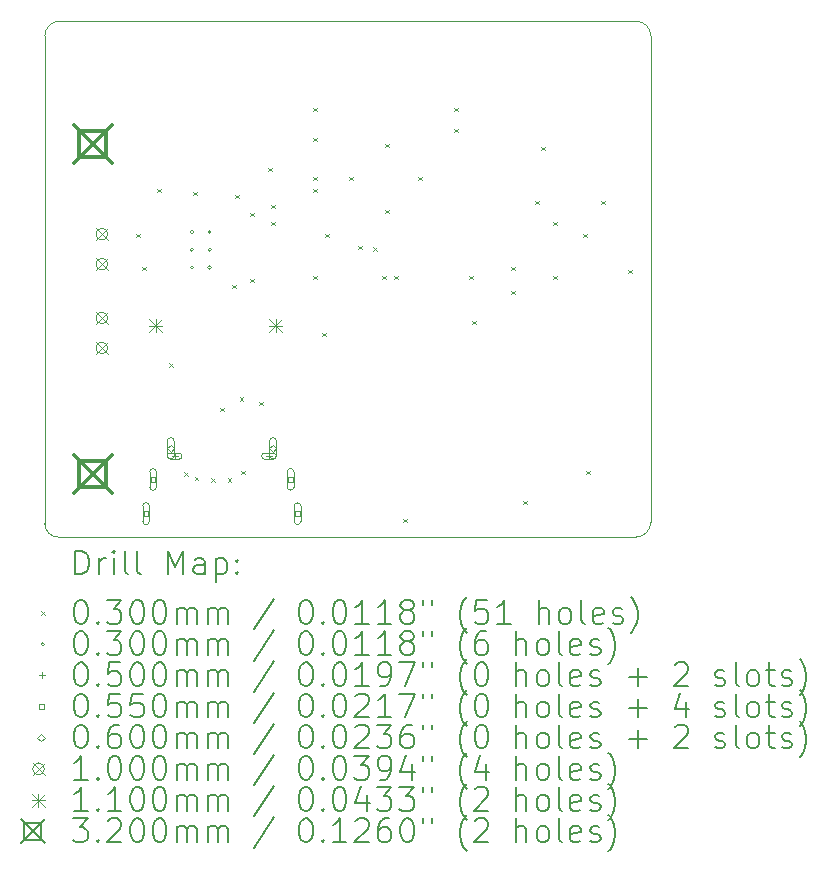
<source format=gbr>
%TF.GenerationSoftware,KiCad,Pcbnew,8.0.3*%
%TF.CreationDate,2024-07-09T21:28:28-04:00*%
%TF.ProjectId,PCB,5043422e-6b69-4636-9164-5f7063625858,rev?*%
%TF.SameCoordinates,Original*%
%TF.FileFunction,Drillmap*%
%TF.FilePolarity,Positive*%
%FSLAX45Y45*%
G04 Gerber Fmt 4.5, Leading zero omitted, Abs format (unit mm)*
G04 Created by KiCad (PCBNEW 8.0.3) date 2024-07-09 21:28:28*
%MOMM*%
%LPD*%
G01*
G04 APERTURE LIST*
%ADD10C,0.050000*%
%ADD11C,0.200000*%
%ADD12C,0.100000*%
%ADD13C,0.110000*%
%ADD14C,0.320000*%
G04 APERTURE END LIST*
D10*
X4241800Y-4191000D02*
G75*
G02*
X4368800Y-4064000I127000J0D01*
G01*
X9245600Y-4064000D02*
G75*
G02*
X9372600Y-4191000I0J-127000D01*
G01*
X9372600Y-8305800D02*
G75*
G02*
X9245600Y-8432800I-127000J0D01*
G01*
X4356100Y-8432800D02*
G75*
G02*
X4241800Y-8318500I0J114300D01*
G01*
X9245600Y-4064000D02*
X4368800Y-4064000D01*
X9372600Y-8305800D02*
X9372600Y-4191000D01*
X4356100Y-8432800D02*
X9245600Y-8432800D01*
X4241800Y-4191000D02*
X4241800Y-8318500D01*
D11*
D12*
X5014200Y-5865100D02*
X5044200Y-5895100D01*
X5044200Y-5865100D02*
X5014200Y-5895100D01*
X5065000Y-6144500D02*
X5095000Y-6174500D01*
X5095000Y-6144500D02*
X5065000Y-6174500D01*
X5192000Y-5484100D02*
X5222000Y-5514100D01*
X5222000Y-5484100D02*
X5192000Y-5514100D01*
X5293600Y-6960500D02*
X5323600Y-6990500D01*
X5323600Y-6960500D02*
X5293600Y-6990500D01*
X5420600Y-7884400D02*
X5450600Y-7914400D01*
X5450600Y-7884400D02*
X5420600Y-7914400D01*
X5496800Y-5509500D02*
X5526800Y-5539500D01*
X5526800Y-5509500D02*
X5496800Y-5539500D01*
X5509500Y-7922500D02*
X5539500Y-7952500D01*
X5539500Y-7922500D02*
X5509500Y-7952500D01*
X5649200Y-7935200D02*
X5679200Y-7965200D01*
X5679200Y-7935200D02*
X5649200Y-7965200D01*
X5725384Y-7338284D02*
X5755384Y-7368284D01*
X5755384Y-7338284D02*
X5725384Y-7368284D01*
X5788900Y-7935200D02*
X5818900Y-7965200D01*
X5818900Y-7935200D02*
X5788900Y-7965200D01*
X5827000Y-6296900D02*
X5857000Y-6326900D01*
X5857000Y-6296900D02*
X5827000Y-6326900D01*
X5852400Y-5534900D02*
X5882400Y-5564900D01*
X5882400Y-5534900D02*
X5852400Y-5564900D01*
X5890500Y-7249400D02*
X5920500Y-7279400D01*
X5920500Y-7249400D02*
X5890500Y-7279400D01*
X5903200Y-7871700D02*
X5933200Y-7901700D01*
X5933200Y-7871700D02*
X5903200Y-7901700D01*
X5979400Y-5687300D02*
X6009400Y-5717300D01*
X6009400Y-5687300D02*
X5979400Y-5717300D01*
X5979400Y-6246100D02*
X6009400Y-6276100D01*
X6009400Y-6246100D02*
X5979400Y-6276100D01*
X6055600Y-7287500D02*
X6085600Y-7317500D01*
X6085600Y-7287500D02*
X6055600Y-7317500D01*
X6131800Y-5306300D02*
X6161800Y-5336300D01*
X6161800Y-5306300D02*
X6131800Y-5336300D01*
X6157200Y-5618250D02*
X6187200Y-5648250D01*
X6187200Y-5618250D02*
X6157200Y-5648250D01*
X6157200Y-5763500D02*
X6187200Y-5793500D01*
X6187200Y-5763500D02*
X6157200Y-5793500D01*
X6512800Y-4798300D02*
X6542800Y-4828300D01*
X6542800Y-4798300D02*
X6512800Y-4828300D01*
X6512800Y-5052300D02*
X6542800Y-5082300D01*
X6542800Y-5052300D02*
X6512800Y-5082300D01*
X6512800Y-5382500D02*
X6542800Y-5412500D01*
X6542800Y-5382500D02*
X6512800Y-5412500D01*
X6512800Y-5484100D02*
X6542800Y-5514100D01*
X6542800Y-5484100D02*
X6512800Y-5514100D01*
X6512800Y-6220700D02*
X6542800Y-6250700D01*
X6542800Y-6220700D02*
X6512800Y-6250700D01*
X6589000Y-6703300D02*
X6619000Y-6733300D01*
X6619000Y-6703300D02*
X6589000Y-6733300D01*
X6614400Y-5865100D02*
X6644400Y-5895100D01*
X6644400Y-5865100D02*
X6614400Y-5895100D01*
X6817600Y-5382500D02*
X6847600Y-5412500D01*
X6847600Y-5382500D02*
X6817600Y-5412500D01*
X6893800Y-5966700D02*
X6923800Y-5996700D01*
X6923800Y-5966700D02*
X6893800Y-5996700D01*
X7024408Y-5977840D02*
X7054408Y-6007840D01*
X7054408Y-5977840D02*
X7024408Y-6007840D01*
X7097000Y-6220700D02*
X7127000Y-6250700D01*
X7127000Y-6220700D02*
X7097000Y-6250700D01*
X7122400Y-5103100D02*
X7152400Y-5133100D01*
X7152400Y-5103100D02*
X7122400Y-5133100D01*
X7122400Y-5661900D02*
X7152400Y-5691900D01*
X7152400Y-5661900D02*
X7122400Y-5691900D01*
X7198600Y-6220700D02*
X7228600Y-6250700D01*
X7228600Y-6220700D02*
X7198600Y-6250700D01*
X7274800Y-8278100D02*
X7304800Y-8308100D01*
X7304800Y-8278100D02*
X7274800Y-8308100D01*
X7401800Y-5382500D02*
X7431800Y-5412500D01*
X7431800Y-5382500D02*
X7401800Y-5412500D01*
X7706600Y-4798300D02*
X7736600Y-4828300D01*
X7736600Y-4798300D02*
X7706600Y-4828300D01*
X7706600Y-4976100D02*
X7736600Y-5006100D01*
X7736600Y-4976100D02*
X7706600Y-5006100D01*
X7833600Y-6220700D02*
X7863600Y-6250700D01*
X7863600Y-6220700D02*
X7833600Y-6250700D01*
X7859000Y-6601700D02*
X7889000Y-6631700D01*
X7889000Y-6601700D02*
X7859000Y-6631700D01*
X8189200Y-6144500D02*
X8219200Y-6174500D01*
X8219200Y-6144500D02*
X8189200Y-6174500D01*
X8189200Y-6347700D02*
X8219200Y-6377700D01*
X8219200Y-6347700D02*
X8189200Y-6377700D01*
X8290800Y-8125700D02*
X8320800Y-8155700D01*
X8320800Y-8125700D02*
X8290800Y-8155700D01*
X8392400Y-5585700D02*
X8422400Y-5615700D01*
X8422400Y-5585700D02*
X8392400Y-5615700D01*
X8443200Y-5128500D02*
X8473200Y-5158500D01*
X8473200Y-5128500D02*
X8443200Y-5158500D01*
X8544800Y-5763500D02*
X8574800Y-5793500D01*
X8574800Y-5763500D02*
X8544800Y-5793500D01*
X8544800Y-6220700D02*
X8574800Y-6250700D01*
X8574800Y-6220700D02*
X8544800Y-6250700D01*
X8798800Y-5865100D02*
X8828800Y-5895100D01*
X8828800Y-5865100D02*
X8798800Y-5895100D01*
X8824200Y-7871700D02*
X8854200Y-7901700D01*
X8854200Y-7871700D02*
X8824200Y-7901700D01*
X8951200Y-5585700D02*
X8981200Y-5615700D01*
X8981200Y-5585700D02*
X8951200Y-5615700D01*
X9179800Y-6169900D02*
X9209800Y-6199900D01*
X9209800Y-6169900D02*
X9179800Y-6199900D01*
X5502600Y-5849900D02*
G75*
G02*
X5472600Y-5849900I-15000J0D01*
G01*
X5472600Y-5849900D02*
G75*
G02*
X5502600Y-5849900I15000J0D01*
G01*
X5502600Y-5999900D02*
G75*
G02*
X5472600Y-5999900I-15000J0D01*
G01*
X5472600Y-5999900D02*
G75*
G02*
X5502600Y-5999900I15000J0D01*
G01*
X5502600Y-6149900D02*
G75*
G02*
X5472600Y-6149900I-15000J0D01*
G01*
X5472600Y-6149900D02*
G75*
G02*
X5502600Y-6149900I15000J0D01*
G01*
X5652600Y-5849900D02*
G75*
G02*
X5622600Y-5849900I-15000J0D01*
G01*
X5622600Y-5849900D02*
G75*
G02*
X5652600Y-5849900I15000J0D01*
G01*
X5652600Y-5999900D02*
G75*
G02*
X5622600Y-5999900I-15000J0D01*
G01*
X5622600Y-5999900D02*
G75*
G02*
X5652600Y-5999900I15000J0D01*
G01*
X5652600Y-6149900D02*
G75*
G02*
X5622600Y-6149900I-15000J0D01*
G01*
X5622600Y-6149900D02*
G75*
G02*
X5652600Y-6149900I15000J0D01*
G01*
X5340900Y-7722200D02*
X5340900Y-7772200D01*
X5315900Y-7747200D02*
X5365900Y-7747200D01*
X5303400Y-7772200D02*
X5378400Y-7772200D01*
X5378400Y-7722200D02*
G75*
G02*
X5378400Y-7772200I0J-25000D01*
G01*
X5378400Y-7722200D02*
X5303400Y-7722200D01*
X5303400Y-7722200D02*
G75*
G03*
X5303400Y-7772200I0J-25000D01*
G01*
X6139900Y-7722200D02*
X6139900Y-7772200D01*
X6114900Y-7747200D02*
X6164900Y-7747200D01*
X6102400Y-7772200D02*
X6177400Y-7772200D01*
X6177400Y-7722200D02*
G75*
G02*
X6177400Y-7772200I0J-25000D01*
G01*
X6177400Y-7722200D02*
X6102400Y-7722200D01*
X6102400Y-7722200D02*
G75*
G03*
X6102400Y-7772200I0J-25000D01*
G01*
X5117846Y-8254146D02*
X5117846Y-8215254D01*
X5078954Y-8215254D01*
X5078954Y-8254146D01*
X5117846Y-8254146D01*
X5070900Y-8169700D02*
X5070900Y-8299700D01*
X5125900Y-8299700D02*
G75*
G02*
X5070900Y-8299700I-27500J0D01*
G01*
X5125900Y-8299700D02*
X5125900Y-8169700D01*
X5125900Y-8169700D02*
G75*
G03*
X5070900Y-8169700I-27500J0D01*
G01*
X5177846Y-7964146D02*
X5177846Y-7925254D01*
X5138954Y-7925254D01*
X5138954Y-7964146D01*
X5177846Y-7964146D01*
X5130900Y-7879700D02*
X5130900Y-8009700D01*
X5185900Y-8009700D02*
G75*
G02*
X5130900Y-8009700I-27500J0D01*
G01*
X5185900Y-8009700D02*
X5185900Y-7879700D01*
X5185900Y-7879700D02*
G75*
G03*
X5130900Y-7879700I-27500J0D01*
G01*
X6341846Y-7964146D02*
X6341846Y-7925254D01*
X6302954Y-7925254D01*
X6302954Y-7964146D01*
X6341846Y-7964146D01*
X6294900Y-7879700D02*
X6294900Y-8009700D01*
X6349900Y-8009700D02*
G75*
G02*
X6294900Y-8009700I-27500J0D01*
G01*
X6349900Y-8009700D02*
X6349900Y-7879700D01*
X6349900Y-7879700D02*
G75*
G03*
X6294900Y-7879700I-27500J0D01*
G01*
X6401846Y-8254146D02*
X6401846Y-8215254D01*
X6362954Y-8215254D01*
X6362954Y-8254146D01*
X6401846Y-8254146D01*
X6354900Y-8169700D02*
X6354900Y-8299700D01*
X6409900Y-8299700D02*
G75*
G02*
X6354900Y-8299700I-27500J0D01*
G01*
X6409900Y-8299700D02*
X6409900Y-8169700D01*
X6409900Y-8169700D02*
G75*
G03*
X6354900Y-8169700I-27500J0D01*
G01*
X5308400Y-7710700D02*
X5338400Y-7680700D01*
X5308400Y-7650700D01*
X5278400Y-7680700D01*
X5308400Y-7710700D01*
X5278400Y-7621700D02*
X5278400Y-7739700D01*
X5338400Y-7739700D02*
G75*
G02*
X5278400Y-7739700I-30000J0D01*
G01*
X5338400Y-7739700D02*
X5338400Y-7621700D01*
X5338400Y-7621700D02*
G75*
G03*
X5278400Y-7621700I-30000J0D01*
G01*
X6172400Y-7710700D02*
X6202400Y-7680700D01*
X6172400Y-7650700D01*
X6142400Y-7680700D01*
X6172400Y-7710700D01*
X6142400Y-7621700D02*
X6142400Y-7739700D01*
X6202400Y-7739700D02*
G75*
G02*
X6142400Y-7739700I-30000J0D01*
G01*
X6202400Y-7739700D02*
X6202400Y-7621700D01*
X6202400Y-7621700D02*
G75*
G03*
X6142400Y-7621700I-30000J0D01*
G01*
X4674400Y-5817700D02*
X4774400Y-5917700D01*
X4774400Y-5817700D02*
X4674400Y-5917700D01*
X4774400Y-5867700D02*
G75*
G02*
X4674400Y-5867700I-50000J0D01*
G01*
X4674400Y-5867700D02*
G75*
G02*
X4774400Y-5867700I50000J0D01*
G01*
X4674400Y-6071700D02*
X4774400Y-6171700D01*
X4774400Y-6071700D02*
X4674400Y-6171700D01*
X4774400Y-6121700D02*
G75*
G02*
X4674400Y-6121700I-50000J0D01*
G01*
X4674400Y-6121700D02*
G75*
G02*
X4774400Y-6121700I50000J0D01*
G01*
X4674400Y-6527400D02*
X4774400Y-6627400D01*
X4774400Y-6527400D02*
X4674400Y-6627400D01*
X4774400Y-6577400D02*
G75*
G02*
X4674400Y-6577400I-50000J0D01*
G01*
X4674400Y-6577400D02*
G75*
G02*
X4774400Y-6577400I50000J0D01*
G01*
X4674400Y-6781400D02*
X4774400Y-6881400D01*
X4774400Y-6781400D02*
X4674400Y-6881400D01*
X4774400Y-6831400D02*
G75*
G02*
X4674400Y-6831400I-50000J0D01*
G01*
X4674400Y-6831400D02*
G75*
G02*
X4774400Y-6831400I50000J0D01*
G01*
D13*
X5126600Y-6587100D02*
X5236600Y-6697100D01*
X5236600Y-6587100D02*
X5126600Y-6697100D01*
X5181600Y-6587100D02*
X5181600Y-6697100D01*
X5126600Y-6642100D02*
X5236600Y-6642100D01*
X6142600Y-6587100D02*
X6252600Y-6697100D01*
X6252600Y-6587100D02*
X6142600Y-6697100D01*
X6197600Y-6587100D02*
X6197600Y-6697100D01*
X6142600Y-6642100D02*
X6252600Y-6642100D01*
D14*
X4488200Y-4945400D02*
X4808200Y-5265400D01*
X4808200Y-4945400D02*
X4488200Y-5265400D01*
X4761338Y-5218538D02*
X4761338Y-4992262D01*
X4535062Y-4992262D01*
X4535062Y-5218538D01*
X4761338Y-5218538D01*
X4488200Y-7739400D02*
X4808200Y-8059400D01*
X4808200Y-7739400D02*
X4488200Y-8059400D01*
X4761338Y-8012538D02*
X4761338Y-7786262D01*
X4535062Y-7786262D01*
X4535062Y-8012538D01*
X4761338Y-8012538D01*
D11*
X4500077Y-8746784D02*
X4500077Y-8546784D01*
X4500077Y-8546784D02*
X4547696Y-8546784D01*
X4547696Y-8546784D02*
X4576267Y-8556308D01*
X4576267Y-8556308D02*
X4595315Y-8575355D01*
X4595315Y-8575355D02*
X4604839Y-8594403D01*
X4604839Y-8594403D02*
X4614363Y-8632498D01*
X4614363Y-8632498D02*
X4614363Y-8661070D01*
X4614363Y-8661070D02*
X4604839Y-8699165D01*
X4604839Y-8699165D02*
X4595315Y-8718212D01*
X4595315Y-8718212D02*
X4576267Y-8737260D01*
X4576267Y-8737260D02*
X4547696Y-8746784D01*
X4547696Y-8746784D02*
X4500077Y-8746784D01*
X4700077Y-8746784D02*
X4700077Y-8613450D01*
X4700077Y-8651546D02*
X4709601Y-8632498D01*
X4709601Y-8632498D02*
X4719124Y-8622974D01*
X4719124Y-8622974D02*
X4738172Y-8613450D01*
X4738172Y-8613450D02*
X4757220Y-8613450D01*
X4823886Y-8746784D02*
X4823886Y-8613450D01*
X4823886Y-8546784D02*
X4814363Y-8556308D01*
X4814363Y-8556308D02*
X4823886Y-8565831D01*
X4823886Y-8565831D02*
X4833410Y-8556308D01*
X4833410Y-8556308D02*
X4823886Y-8546784D01*
X4823886Y-8546784D02*
X4823886Y-8565831D01*
X4947696Y-8746784D02*
X4928648Y-8737260D01*
X4928648Y-8737260D02*
X4919124Y-8718212D01*
X4919124Y-8718212D02*
X4919124Y-8546784D01*
X5052458Y-8746784D02*
X5033410Y-8737260D01*
X5033410Y-8737260D02*
X5023886Y-8718212D01*
X5023886Y-8718212D02*
X5023886Y-8546784D01*
X5281029Y-8746784D02*
X5281029Y-8546784D01*
X5281029Y-8546784D02*
X5347696Y-8689641D01*
X5347696Y-8689641D02*
X5414363Y-8546784D01*
X5414363Y-8546784D02*
X5414363Y-8746784D01*
X5595315Y-8746784D02*
X5595315Y-8642022D01*
X5595315Y-8642022D02*
X5585791Y-8622974D01*
X5585791Y-8622974D02*
X5566744Y-8613450D01*
X5566744Y-8613450D02*
X5528648Y-8613450D01*
X5528648Y-8613450D02*
X5509601Y-8622974D01*
X5595315Y-8737260D02*
X5576267Y-8746784D01*
X5576267Y-8746784D02*
X5528648Y-8746784D01*
X5528648Y-8746784D02*
X5509601Y-8737260D01*
X5509601Y-8737260D02*
X5500077Y-8718212D01*
X5500077Y-8718212D02*
X5500077Y-8699165D01*
X5500077Y-8699165D02*
X5509601Y-8680117D01*
X5509601Y-8680117D02*
X5528648Y-8670593D01*
X5528648Y-8670593D02*
X5576267Y-8670593D01*
X5576267Y-8670593D02*
X5595315Y-8661070D01*
X5690553Y-8613450D02*
X5690553Y-8813450D01*
X5690553Y-8622974D02*
X5709601Y-8613450D01*
X5709601Y-8613450D02*
X5747696Y-8613450D01*
X5747696Y-8613450D02*
X5766743Y-8622974D01*
X5766743Y-8622974D02*
X5776267Y-8632498D01*
X5776267Y-8632498D02*
X5785791Y-8651546D01*
X5785791Y-8651546D02*
X5785791Y-8708689D01*
X5785791Y-8708689D02*
X5776267Y-8727736D01*
X5776267Y-8727736D02*
X5766743Y-8737260D01*
X5766743Y-8737260D02*
X5747696Y-8746784D01*
X5747696Y-8746784D02*
X5709601Y-8746784D01*
X5709601Y-8746784D02*
X5690553Y-8737260D01*
X5871505Y-8727736D02*
X5881029Y-8737260D01*
X5881029Y-8737260D02*
X5871505Y-8746784D01*
X5871505Y-8746784D02*
X5861982Y-8737260D01*
X5861982Y-8737260D02*
X5871505Y-8727736D01*
X5871505Y-8727736D02*
X5871505Y-8746784D01*
X5871505Y-8622974D02*
X5881029Y-8632498D01*
X5881029Y-8632498D02*
X5871505Y-8642022D01*
X5871505Y-8642022D02*
X5861982Y-8632498D01*
X5861982Y-8632498D02*
X5871505Y-8622974D01*
X5871505Y-8622974D02*
X5871505Y-8642022D01*
D12*
X4209300Y-9060300D02*
X4239300Y-9090300D01*
X4239300Y-9060300D02*
X4209300Y-9090300D01*
D11*
X4538172Y-8966784D02*
X4557220Y-8966784D01*
X4557220Y-8966784D02*
X4576267Y-8976308D01*
X4576267Y-8976308D02*
X4585791Y-8985831D01*
X4585791Y-8985831D02*
X4595315Y-9004879D01*
X4595315Y-9004879D02*
X4604839Y-9042974D01*
X4604839Y-9042974D02*
X4604839Y-9090593D01*
X4604839Y-9090593D02*
X4595315Y-9128689D01*
X4595315Y-9128689D02*
X4585791Y-9147736D01*
X4585791Y-9147736D02*
X4576267Y-9157260D01*
X4576267Y-9157260D02*
X4557220Y-9166784D01*
X4557220Y-9166784D02*
X4538172Y-9166784D01*
X4538172Y-9166784D02*
X4519124Y-9157260D01*
X4519124Y-9157260D02*
X4509601Y-9147736D01*
X4509601Y-9147736D02*
X4500077Y-9128689D01*
X4500077Y-9128689D02*
X4490553Y-9090593D01*
X4490553Y-9090593D02*
X4490553Y-9042974D01*
X4490553Y-9042974D02*
X4500077Y-9004879D01*
X4500077Y-9004879D02*
X4509601Y-8985831D01*
X4509601Y-8985831D02*
X4519124Y-8976308D01*
X4519124Y-8976308D02*
X4538172Y-8966784D01*
X4690553Y-9147736D02*
X4700077Y-9157260D01*
X4700077Y-9157260D02*
X4690553Y-9166784D01*
X4690553Y-9166784D02*
X4681029Y-9157260D01*
X4681029Y-9157260D02*
X4690553Y-9147736D01*
X4690553Y-9147736D02*
X4690553Y-9166784D01*
X4766744Y-8966784D02*
X4890553Y-8966784D01*
X4890553Y-8966784D02*
X4823886Y-9042974D01*
X4823886Y-9042974D02*
X4852458Y-9042974D01*
X4852458Y-9042974D02*
X4871505Y-9052498D01*
X4871505Y-9052498D02*
X4881029Y-9062022D01*
X4881029Y-9062022D02*
X4890553Y-9081070D01*
X4890553Y-9081070D02*
X4890553Y-9128689D01*
X4890553Y-9128689D02*
X4881029Y-9147736D01*
X4881029Y-9147736D02*
X4871505Y-9157260D01*
X4871505Y-9157260D02*
X4852458Y-9166784D01*
X4852458Y-9166784D02*
X4795315Y-9166784D01*
X4795315Y-9166784D02*
X4776267Y-9157260D01*
X4776267Y-9157260D02*
X4766744Y-9147736D01*
X5014363Y-8966784D02*
X5033410Y-8966784D01*
X5033410Y-8966784D02*
X5052458Y-8976308D01*
X5052458Y-8976308D02*
X5061982Y-8985831D01*
X5061982Y-8985831D02*
X5071505Y-9004879D01*
X5071505Y-9004879D02*
X5081029Y-9042974D01*
X5081029Y-9042974D02*
X5081029Y-9090593D01*
X5081029Y-9090593D02*
X5071505Y-9128689D01*
X5071505Y-9128689D02*
X5061982Y-9147736D01*
X5061982Y-9147736D02*
X5052458Y-9157260D01*
X5052458Y-9157260D02*
X5033410Y-9166784D01*
X5033410Y-9166784D02*
X5014363Y-9166784D01*
X5014363Y-9166784D02*
X4995315Y-9157260D01*
X4995315Y-9157260D02*
X4985791Y-9147736D01*
X4985791Y-9147736D02*
X4976267Y-9128689D01*
X4976267Y-9128689D02*
X4966744Y-9090593D01*
X4966744Y-9090593D02*
X4966744Y-9042974D01*
X4966744Y-9042974D02*
X4976267Y-9004879D01*
X4976267Y-9004879D02*
X4985791Y-8985831D01*
X4985791Y-8985831D02*
X4995315Y-8976308D01*
X4995315Y-8976308D02*
X5014363Y-8966784D01*
X5204839Y-8966784D02*
X5223886Y-8966784D01*
X5223886Y-8966784D02*
X5242934Y-8976308D01*
X5242934Y-8976308D02*
X5252458Y-8985831D01*
X5252458Y-8985831D02*
X5261982Y-9004879D01*
X5261982Y-9004879D02*
X5271505Y-9042974D01*
X5271505Y-9042974D02*
X5271505Y-9090593D01*
X5271505Y-9090593D02*
X5261982Y-9128689D01*
X5261982Y-9128689D02*
X5252458Y-9147736D01*
X5252458Y-9147736D02*
X5242934Y-9157260D01*
X5242934Y-9157260D02*
X5223886Y-9166784D01*
X5223886Y-9166784D02*
X5204839Y-9166784D01*
X5204839Y-9166784D02*
X5185791Y-9157260D01*
X5185791Y-9157260D02*
X5176267Y-9147736D01*
X5176267Y-9147736D02*
X5166744Y-9128689D01*
X5166744Y-9128689D02*
X5157220Y-9090593D01*
X5157220Y-9090593D02*
X5157220Y-9042974D01*
X5157220Y-9042974D02*
X5166744Y-9004879D01*
X5166744Y-9004879D02*
X5176267Y-8985831D01*
X5176267Y-8985831D02*
X5185791Y-8976308D01*
X5185791Y-8976308D02*
X5204839Y-8966784D01*
X5357220Y-9166784D02*
X5357220Y-9033450D01*
X5357220Y-9052498D02*
X5366744Y-9042974D01*
X5366744Y-9042974D02*
X5385791Y-9033450D01*
X5385791Y-9033450D02*
X5414363Y-9033450D01*
X5414363Y-9033450D02*
X5433410Y-9042974D01*
X5433410Y-9042974D02*
X5442934Y-9062022D01*
X5442934Y-9062022D02*
X5442934Y-9166784D01*
X5442934Y-9062022D02*
X5452458Y-9042974D01*
X5452458Y-9042974D02*
X5471505Y-9033450D01*
X5471505Y-9033450D02*
X5500077Y-9033450D01*
X5500077Y-9033450D02*
X5519125Y-9042974D01*
X5519125Y-9042974D02*
X5528648Y-9062022D01*
X5528648Y-9062022D02*
X5528648Y-9166784D01*
X5623886Y-9166784D02*
X5623886Y-9033450D01*
X5623886Y-9052498D02*
X5633410Y-9042974D01*
X5633410Y-9042974D02*
X5652458Y-9033450D01*
X5652458Y-9033450D02*
X5681029Y-9033450D01*
X5681029Y-9033450D02*
X5700077Y-9042974D01*
X5700077Y-9042974D02*
X5709601Y-9062022D01*
X5709601Y-9062022D02*
X5709601Y-9166784D01*
X5709601Y-9062022D02*
X5719124Y-9042974D01*
X5719124Y-9042974D02*
X5738172Y-9033450D01*
X5738172Y-9033450D02*
X5766743Y-9033450D01*
X5766743Y-9033450D02*
X5785791Y-9042974D01*
X5785791Y-9042974D02*
X5795315Y-9062022D01*
X5795315Y-9062022D02*
X5795315Y-9166784D01*
X6185791Y-8957260D02*
X6014363Y-9214403D01*
X6442934Y-8966784D02*
X6461982Y-8966784D01*
X6461982Y-8966784D02*
X6481029Y-8976308D01*
X6481029Y-8976308D02*
X6490553Y-8985831D01*
X6490553Y-8985831D02*
X6500077Y-9004879D01*
X6500077Y-9004879D02*
X6509601Y-9042974D01*
X6509601Y-9042974D02*
X6509601Y-9090593D01*
X6509601Y-9090593D02*
X6500077Y-9128689D01*
X6500077Y-9128689D02*
X6490553Y-9147736D01*
X6490553Y-9147736D02*
X6481029Y-9157260D01*
X6481029Y-9157260D02*
X6461982Y-9166784D01*
X6461982Y-9166784D02*
X6442934Y-9166784D01*
X6442934Y-9166784D02*
X6423886Y-9157260D01*
X6423886Y-9157260D02*
X6414363Y-9147736D01*
X6414363Y-9147736D02*
X6404839Y-9128689D01*
X6404839Y-9128689D02*
X6395315Y-9090593D01*
X6395315Y-9090593D02*
X6395315Y-9042974D01*
X6395315Y-9042974D02*
X6404839Y-9004879D01*
X6404839Y-9004879D02*
X6414363Y-8985831D01*
X6414363Y-8985831D02*
X6423886Y-8976308D01*
X6423886Y-8976308D02*
X6442934Y-8966784D01*
X6595315Y-9147736D02*
X6604839Y-9157260D01*
X6604839Y-9157260D02*
X6595315Y-9166784D01*
X6595315Y-9166784D02*
X6585791Y-9157260D01*
X6585791Y-9157260D02*
X6595315Y-9147736D01*
X6595315Y-9147736D02*
X6595315Y-9166784D01*
X6728648Y-8966784D02*
X6747696Y-8966784D01*
X6747696Y-8966784D02*
X6766744Y-8976308D01*
X6766744Y-8976308D02*
X6776267Y-8985831D01*
X6776267Y-8985831D02*
X6785791Y-9004879D01*
X6785791Y-9004879D02*
X6795315Y-9042974D01*
X6795315Y-9042974D02*
X6795315Y-9090593D01*
X6795315Y-9090593D02*
X6785791Y-9128689D01*
X6785791Y-9128689D02*
X6776267Y-9147736D01*
X6776267Y-9147736D02*
X6766744Y-9157260D01*
X6766744Y-9157260D02*
X6747696Y-9166784D01*
X6747696Y-9166784D02*
X6728648Y-9166784D01*
X6728648Y-9166784D02*
X6709601Y-9157260D01*
X6709601Y-9157260D02*
X6700077Y-9147736D01*
X6700077Y-9147736D02*
X6690553Y-9128689D01*
X6690553Y-9128689D02*
X6681029Y-9090593D01*
X6681029Y-9090593D02*
X6681029Y-9042974D01*
X6681029Y-9042974D02*
X6690553Y-9004879D01*
X6690553Y-9004879D02*
X6700077Y-8985831D01*
X6700077Y-8985831D02*
X6709601Y-8976308D01*
X6709601Y-8976308D02*
X6728648Y-8966784D01*
X6985791Y-9166784D02*
X6871506Y-9166784D01*
X6928648Y-9166784D02*
X6928648Y-8966784D01*
X6928648Y-8966784D02*
X6909601Y-8995355D01*
X6909601Y-8995355D02*
X6890553Y-9014403D01*
X6890553Y-9014403D02*
X6871506Y-9023927D01*
X7176267Y-9166784D02*
X7061982Y-9166784D01*
X7119125Y-9166784D02*
X7119125Y-8966784D01*
X7119125Y-8966784D02*
X7100077Y-8995355D01*
X7100077Y-8995355D02*
X7081029Y-9014403D01*
X7081029Y-9014403D02*
X7061982Y-9023927D01*
X7290553Y-9052498D02*
X7271506Y-9042974D01*
X7271506Y-9042974D02*
X7261982Y-9033450D01*
X7261982Y-9033450D02*
X7252458Y-9014403D01*
X7252458Y-9014403D02*
X7252458Y-9004879D01*
X7252458Y-9004879D02*
X7261982Y-8985831D01*
X7261982Y-8985831D02*
X7271506Y-8976308D01*
X7271506Y-8976308D02*
X7290553Y-8966784D01*
X7290553Y-8966784D02*
X7328648Y-8966784D01*
X7328648Y-8966784D02*
X7347696Y-8976308D01*
X7347696Y-8976308D02*
X7357220Y-8985831D01*
X7357220Y-8985831D02*
X7366744Y-9004879D01*
X7366744Y-9004879D02*
X7366744Y-9014403D01*
X7366744Y-9014403D02*
X7357220Y-9033450D01*
X7357220Y-9033450D02*
X7347696Y-9042974D01*
X7347696Y-9042974D02*
X7328648Y-9052498D01*
X7328648Y-9052498D02*
X7290553Y-9052498D01*
X7290553Y-9052498D02*
X7271506Y-9062022D01*
X7271506Y-9062022D02*
X7261982Y-9071546D01*
X7261982Y-9071546D02*
X7252458Y-9090593D01*
X7252458Y-9090593D02*
X7252458Y-9128689D01*
X7252458Y-9128689D02*
X7261982Y-9147736D01*
X7261982Y-9147736D02*
X7271506Y-9157260D01*
X7271506Y-9157260D02*
X7290553Y-9166784D01*
X7290553Y-9166784D02*
X7328648Y-9166784D01*
X7328648Y-9166784D02*
X7347696Y-9157260D01*
X7347696Y-9157260D02*
X7357220Y-9147736D01*
X7357220Y-9147736D02*
X7366744Y-9128689D01*
X7366744Y-9128689D02*
X7366744Y-9090593D01*
X7366744Y-9090593D02*
X7357220Y-9071546D01*
X7357220Y-9071546D02*
X7347696Y-9062022D01*
X7347696Y-9062022D02*
X7328648Y-9052498D01*
X7442934Y-8966784D02*
X7442934Y-9004879D01*
X7519125Y-8966784D02*
X7519125Y-9004879D01*
X7814363Y-9242974D02*
X7804839Y-9233450D01*
X7804839Y-9233450D02*
X7785791Y-9204879D01*
X7785791Y-9204879D02*
X7776268Y-9185831D01*
X7776268Y-9185831D02*
X7766744Y-9157260D01*
X7766744Y-9157260D02*
X7757220Y-9109641D01*
X7757220Y-9109641D02*
X7757220Y-9071546D01*
X7757220Y-9071546D02*
X7766744Y-9023927D01*
X7766744Y-9023927D02*
X7776268Y-8995355D01*
X7776268Y-8995355D02*
X7785791Y-8976308D01*
X7785791Y-8976308D02*
X7804839Y-8947736D01*
X7804839Y-8947736D02*
X7814363Y-8938212D01*
X7985791Y-8966784D02*
X7890553Y-8966784D01*
X7890553Y-8966784D02*
X7881029Y-9062022D01*
X7881029Y-9062022D02*
X7890553Y-9052498D01*
X7890553Y-9052498D02*
X7909601Y-9042974D01*
X7909601Y-9042974D02*
X7957220Y-9042974D01*
X7957220Y-9042974D02*
X7976268Y-9052498D01*
X7976268Y-9052498D02*
X7985791Y-9062022D01*
X7985791Y-9062022D02*
X7995315Y-9081070D01*
X7995315Y-9081070D02*
X7995315Y-9128689D01*
X7995315Y-9128689D02*
X7985791Y-9147736D01*
X7985791Y-9147736D02*
X7976268Y-9157260D01*
X7976268Y-9157260D02*
X7957220Y-9166784D01*
X7957220Y-9166784D02*
X7909601Y-9166784D01*
X7909601Y-9166784D02*
X7890553Y-9157260D01*
X7890553Y-9157260D02*
X7881029Y-9147736D01*
X8185791Y-9166784D02*
X8071506Y-9166784D01*
X8128648Y-9166784D02*
X8128648Y-8966784D01*
X8128648Y-8966784D02*
X8109601Y-8995355D01*
X8109601Y-8995355D02*
X8090553Y-9014403D01*
X8090553Y-9014403D02*
X8071506Y-9023927D01*
X8423887Y-9166784D02*
X8423887Y-8966784D01*
X8509601Y-9166784D02*
X8509601Y-9062022D01*
X8509601Y-9062022D02*
X8500077Y-9042974D01*
X8500077Y-9042974D02*
X8481030Y-9033450D01*
X8481030Y-9033450D02*
X8452458Y-9033450D01*
X8452458Y-9033450D02*
X8433411Y-9042974D01*
X8433411Y-9042974D02*
X8423887Y-9052498D01*
X8633411Y-9166784D02*
X8614363Y-9157260D01*
X8614363Y-9157260D02*
X8604839Y-9147736D01*
X8604839Y-9147736D02*
X8595315Y-9128689D01*
X8595315Y-9128689D02*
X8595315Y-9071546D01*
X8595315Y-9071546D02*
X8604839Y-9052498D01*
X8604839Y-9052498D02*
X8614363Y-9042974D01*
X8614363Y-9042974D02*
X8633411Y-9033450D01*
X8633411Y-9033450D02*
X8661982Y-9033450D01*
X8661982Y-9033450D02*
X8681030Y-9042974D01*
X8681030Y-9042974D02*
X8690553Y-9052498D01*
X8690553Y-9052498D02*
X8700077Y-9071546D01*
X8700077Y-9071546D02*
X8700077Y-9128689D01*
X8700077Y-9128689D02*
X8690553Y-9147736D01*
X8690553Y-9147736D02*
X8681030Y-9157260D01*
X8681030Y-9157260D02*
X8661982Y-9166784D01*
X8661982Y-9166784D02*
X8633411Y-9166784D01*
X8814363Y-9166784D02*
X8795315Y-9157260D01*
X8795315Y-9157260D02*
X8785792Y-9138212D01*
X8785792Y-9138212D02*
X8785792Y-8966784D01*
X8966744Y-9157260D02*
X8947696Y-9166784D01*
X8947696Y-9166784D02*
X8909601Y-9166784D01*
X8909601Y-9166784D02*
X8890553Y-9157260D01*
X8890553Y-9157260D02*
X8881030Y-9138212D01*
X8881030Y-9138212D02*
X8881030Y-9062022D01*
X8881030Y-9062022D02*
X8890553Y-9042974D01*
X8890553Y-9042974D02*
X8909601Y-9033450D01*
X8909601Y-9033450D02*
X8947696Y-9033450D01*
X8947696Y-9033450D02*
X8966744Y-9042974D01*
X8966744Y-9042974D02*
X8976268Y-9062022D01*
X8976268Y-9062022D02*
X8976268Y-9081070D01*
X8976268Y-9081070D02*
X8881030Y-9100117D01*
X9052458Y-9157260D02*
X9071506Y-9166784D01*
X9071506Y-9166784D02*
X9109601Y-9166784D01*
X9109601Y-9166784D02*
X9128649Y-9157260D01*
X9128649Y-9157260D02*
X9138173Y-9138212D01*
X9138173Y-9138212D02*
X9138173Y-9128689D01*
X9138173Y-9128689D02*
X9128649Y-9109641D01*
X9128649Y-9109641D02*
X9109601Y-9100117D01*
X9109601Y-9100117D02*
X9081030Y-9100117D01*
X9081030Y-9100117D02*
X9061982Y-9090593D01*
X9061982Y-9090593D02*
X9052458Y-9071546D01*
X9052458Y-9071546D02*
X9052458Y-9062022D01*
X9052458Y-9062022D02*
X9061982Y-9042974D01*
X9061982Y-9042974D02*
X9081030Y-9033450D01*
X9081030Y-9033450D02*
X9109601Y-9033450D01*
X9109601Y-9033450D02*
X9128649Y-9042974D01*
X9204839Y-9242974D02*
X9214363Y-9233450D01*
X9214363Y-9233450D02*
X9233411Y-9204879D01*
X9233411Y-9204879D02*
X9242934Y-9185831D01*
X9242934Y-9185831D02*
X9252458Y-9157260D01*
X9252458Y-9157260D02*
X9261982Y-9109641D01*
X9261982Y-9109641D02*
X9261982Y-9071546D01*
X9261982Y-9071546D02*
X9252458Y-9023927D01*
X9252458Y-9023927D02*
X9242934Y-8995355D01*
X9242934Y-8995355D02*
X9233411Y-8976308D01*
X9233411Y-8976308D02*
X9214363Y-8947736D01*
X9214363Y-8947736D02*
X9204839Y-8938212D01*
D12*
X4239300Y-9339300D02*
G75*
G02*
X4209300Y-9339300I-15000J0D01*
G01*
X4209300Y-9339300D02*
G75*
G02*
X4239300Y-9339300I15000J0D01*
G01*
D11*
X4538172Y-9230784D02*
X4557220Y-9230784D01*
X4557220Y-9230784D02*
X4576267Y-9240308D01*
X4576267Y-9240308D02*
X4585791Y-9249831D01*
X4585791Y-9249831D02*
X4595315Y-9268879D01*
X4595315Y-9268879D02*
X4604839Y-9306974D01*
X4604839Y-9306974D02*
X4604839Y-9354593D01*
X4604839Y-9354593D02*
X4595315Y-9392689D01*
X4595315Y-9392689D02*
X4585791Y-9411736D01*
X4585791Y-9411736D02*
X4576267Y-9421260D01*
X4576267Y-9421260D02*
X4557220Y-9430784D01*
X4557220Y-9430784D02*
X4538172Y-9430784D01*
X4538172Y-9430784D02*
X4519124Y-9421260D01*
X4519124Y-9421260D02*
X4509601Y-9411736D01*
X4509601Y-9411736D02*
X4500077Y-9392689D01*
X4500077Y-9392689D02*
X4490553Y-9354593D01*
X4490553Y-9354593D02*
X4490553Y-9306974D01*
X4490553Y-9306974D02*
X4500077Y-9268879D01*
X4500077Y-9268879D02*
X4509601Y-9249831D01*
X4509601Y-9249831D02*
X4519124Y-9240308D01*
X4519124Y-9240308D02*
X4538172Y-9230784D01*
X4690553Y-9411736D02*
X4700077Y-9421260D01*
X4700077Y-9421260D02*
X4690553Y-9430784D01*
X4690553Y-9430784D02*
X4681029Y-9421260D01*
X4681029Y-9421260D02*
X4690553Y-9411736D01*
X4690553Y-9411736D02*
X4690553Y-9430784D01*
X4766744Y-9230784D02*
X4890553Y-9230784D01*
X4890553Y-9230784D02*
X4823886Y-9306974D01*
X4823886Y-9306974D02*
X4852458Y-9306974D01*
X4852458Y-9306974D02*
X4871505Y-9316498D01*
X4871505Y-9316498D02*
X4881029Y-9326022D01*
X4881029Y-9326022D02*
X4890553Y-9345070D01*
X4890553Y-9345070D02*
X4890553Y-9392689D01*
X4890553Y-9392689D02*
X4881029Y-9411736D01*
X4881029Y-9411736D02*
X4871505Y-9421260D01*
X4871505Y-9421260D02*
X4852458Y-9430784D01*
X4852458Y-9430784D02*
X4795315Y-9430784D01*
X4795315Y-9430784D02*
X4776267Y-9421260D01*
X4776267Y-9421260D02*
X4766744Y-9411736D01*
X5014363Y-9230784D02*
X5033410Y-9230784D01*
X5033410Y-9230784D02*
X5052458Y-9240308D01*
X5052458Y-9240308D02*
X5061982Y-9249831D01*
X5061982Y-9249831D02*
X5071505Y-9268879D01*
X5071505Y-9268879D02*
X5081029Y-9306974D01*
X5081029Y-9306974D02*
X5081029Y-9354593D01*
X5081029Y-9354593D02*
X5071505Y-9392689D01*
X5071505Y-9392689D02*
X5061982Y-9411736D01*
X5061982Y-9411736D02*
X5052458Y-9421260D01*
X5052458Y-9421260D02*
X5033410Y-9430784D01*
X5033410Y-9430784D02*
X5014363Y-9430784D01*
X5014363Y-9430784D02*
X4995315Y-9421260D01*
X4995315Y-9421260D02*
X4985791Y-9411736D01*
X4985791Y-9411736D02*
X4976267Y-9392689D01*
X4976267Y-9392689D02*
X4966744Y-9354593D01*
X4966744Y-9354593D02*
X4966744Y-9306974D01*
X4966744Y-9306974D02*
X4976267Y-9268879D01*
X4976267Y-9268879D02*
X4985791Y-9249831D01*
X4985791Y-9249831D02*
X4995315Y-9240308D01*
X4995315Y-9240308D02*
X5014363Y-9230784D01*
X5204839Y-9230784D02*
X5223886Y-9230784D01*
X5223886Y-9230784D02*
X5242934Y-9240308D01*
X5242934Y-9240308D02*
X5252458Y-9249831D01*
X5252458Y-9249831D02*
X5261982Y-9268879D01*
X5261982Y-9268879D02*
X5271505Y-9306974D01*
X5271505Y-9306974D02*
X5271505Y-9354593D01*
X5271505Y-9354593D02*
X5261982Y-9392689D01*
X5261982Y-9392689D02*
X5252458Y-9411736D01*
X5252458Y-9411736D02*
X5242934Y-9421260D01*
X5242934Y-9421260D02*
X5223886Y-9430784D01*
X5223886Y-9430784D02*
X5204839Y-9430784D01*
X5204839Y-9430784D02*
X5185791Y-9421260D01*
X5185791Y-9421260D02*
X5176267Y-9411736D01*
X5176267Y-9411736D02*
X5166744Y-9392689D01*
X5166744Y-9392689D02*
X5157220Y-9354593D01*
X5157220Y-9354593D02*
X5157220Y-9306974D01*
X5157220Y-9306974D02*
X5166744Y-9268879D01*
X5166744Y-9268879D02*
X5176267Y-9249831D01*
X5176267Y-9249831D02*
X5185791Y-9240308D01*
X5185791Y-9240308D02*
X5204839Y-9230784D01*
X5357220Y-9430784D02*
X5357220Y-9297450D01*
X5357220Y-9316498D02*
X5366744Y-9306974D01*
X5366744Y-9306974D02*
X5385791Y-9297450D01*
X5385791Y-9297450D02*
X5414363Y-9297450D01*
X5414363Y-9297450D02*
X5433410Y-9306974D01*
X5433410Y-9306974D02*
X5442934Y-9326022D01*
X5442934Y-9326022D02*
X5442934Y-9430784D01*
X5442934Y-9326022D02*
X5452458Y-9306974D01*
X5452458Y-9306974D02*
X5471505Y-9297450D01*
X5471505Y-9297450D02*
X5500077Y-9297450D01*
X5500077Y-9297450D02*
X5519125Y-9306974D01*
X5519125Y-9306974D02*
X5528648Y-9326022D01*
X5528648Y-9326022D02*
X5528648Y-9430784D01*
X5623886Y-9430784D02*
X5623886Y-9297450D01*
X5623886Y-9316498D02*
X5633410Y-9306974D01*
X5633410Y-9306974D02*
X5652458Y-9297450D01*
X5652458Y-9297450D02*
X5681029Y-9297450D01*
X5681029Y-9297450D02*
X5700077Y-9306974D01*
X5700077Y-9306974D02*
X5709601Y-9326022D01*
X5709601Y-9326022D02*
X5709601Y-9430784D01*
X5709601Y-9326022D02*
X5719124Y-9306974D01*
X5719124Y-9306974D02*
X5738172Y-9297450D01*
X5738172Y-9297450D02*
X5766743Y-9297450D01*
X5766743Y-9297450D02*
X5785791Y-9306974D01*
X5785791Y-9306974D02*
X5795315Y-9326022D01*
X5795315Y-9326022D02*
X5795315Y-9430784D01*
X6185791Y-9221260D02*
X6014363Y-9478403D01*
X6442934Y-9230784D02*
X6461982Y-9230784D01*
X6461982Y-9230784D02*
X6481029Y-9240308D01*
X6481029Y-9240308D02*
X6490553Y-9249831D01*
X6490553Y-9249831D02*
X6500077Y-9268879D01*
X6500077Y-9268879D02*
X6509601Y-9306974D01*
X6509601Y-9306974D02*
X6509601Y-9354593D01*
X6509601Y-9354593D02*
X6500077Y-9392689D01*
X6500077Y-9392689D02*
X6490553Y-9411736D01*
X6490553Y-9411736D02*
X6481029Y-9421260D01*
X6481029Y-9421260D02*
X6461982Y-9430784D01*
X6461982Y-9430784D02*
X6442934Y-9430784D01*
X6442934Y-9430784D02*
X6423886Y-9421260D01*
X6423886Y-9421260D02*
X6414363Y-9411736D01*
X6414363Y-9411736D02*
X6404839Y-9392689D01*
X6404839Y-9392689D02*
X6395315Y-9354593D01*
X6395315Y-9354593D02*
X6395315Y-9306974D01*
X6395315Y-9306974D02*
X6404839Y-9268879D01*
X6404839Y-9268879D02*
X6414363Y-9249831D01*
X6414363Y-9249831D02*
X6423886Y-9240308D01*
X6423886Y-9240308D02*
X6442934Y-9230784D01*
X6595315Y-9411736D02*
X6604839Y-9421260D01*
X6604839Y-9421260D02*
X6595315Y-9430784D01*
X6595315Y-9430784D02*
X6585791Y-9421260D01*
X6585791Y-9421260D02*
X6595315Y-9411736D01*
X6595315Y-9411736D02*
X6595315Y-9430784D01*
X6728648Y-9230784D02*
X6747696Y-9230784D01*
X6747696Y-9230784D02*
X6766744Y-9240308D01*
X6766744Y-9240308D02*
X6776267Y-9249831D01*
X6776267Y-9249831D02*
X6785791Y-9268879D01*
X6785791Y-9268879D02*
X6795315Y-9306974D01*
X6795315Y-9306974D02*
X6795315Y-9354593D01*
X6795315Y-9354593D02*
X6785791Y-9392689D01*
X6785791Y-9392689D02*
X6776267Y-9411736D01*
X6776267Y-9411736D02*
X6766744Y-9421260D01*
X6766744Y-9421260D02*
X6747696Y-9430784D01*
X6747696Y-9430784D02*
X6728648Y-9430784D01*
X6728648Y-9430784D02*
X6709601Y-9421260D01*
X6709601Y-9421260D02*
X6700077Y-9411736D01*
X6700077Y-9411736D02*
X6690553Y-9392689D01*
X6690553Y-9392689D02*
X6681029Y-9354593D01*
X6681029Y-9354593D02*
X6681029Y-9306974D01*
X6681029Y-9306974D02*
X6690553Y-9268879D01*
X6690553Y-9268879D02*
X6700077Y-9249831D01*
X6700077Y-9249831D02*
X6709601Y-9240308D01*
X6709601Y-9240308D02*
X6728648Y-9230784D01*
X6985791Y-9430784D02*
X6871506Y-9430784D01*
X6928648Y-9430784D02*
X6928648Y-9230784D01*
X6928648Y-9230784D02*
X6909601Y-9259355D01*
X6909601Y-9259355D02*
X6890553Y-9278403D01*
X6890553Y-9278403D02*
X6871506Y-9287927D01*
X7176267Y-9430784D02*
X7061982Y-9430784D01*
X7119125Y-9430784D02*
X7119125Y-9230784D01*
X7119125Y-9230784D02*
X7100077Y-9259355D01*
X7100077Y-9259355D02*
X7081029Y-9278403D01*
X7081029Y-9278403D02*
X7061982Y-9287927D01*
X7290553Y-9316498D02*
X7271506Y-9306974D01*
X7271506Y-9306974D02*
X7261982Y-9297450D01*
X7261982Y-9297450D02*
X7252458Y-9278403D01*
X7252458Y-9278403D02*
X7252458Y-9268879D01*
X7252458Y-9268879D02*
X7261982Y-9249831D01*
X7261982Y-9249831D02*
X7271506Y-9240308D01*
X7271506Y-9240308D02*
X7290553Y-9230784D01*
X7290553Y-9230784D02*
X7328648Y-9230784D01*
X7328648Y-9230784D02*
X7347696Y-9240308D01*
X7347696Y-9240308D02*
X7357220Y-9249831D01*
X7357220Y-9249831D02*
X7366744Y-9268879D01*
X7366744Y-9268879D02*
X7366744Y-9278403D01*
X7366744Y-9278403D02*
X7357220Y-9297450D01*
X7357220Y-9297450D02*
X7347696Y-9306974D01*
X7347696Y-9306974D02*
X7328648Y-9316498D01*
X7328648Y-9316498D02*
X7290553Y-9316498D01*
X7290553Y-9316498D02*
X7271506Y-9326022D01*
X7271506Y-9326022D02*
X7261982Y-9335546D01*
X7261982Y-9335546D02*
X7252458Y-9354593D01*
X7252458Y-9354593D02*
X7252458Y-9392689D01*
X7252458Y-9392689D02*
X7261982Y-9411736D01*
X7261982Y-9411736D02*
X7271506Y-9421260D01*
X7271506Y-9421260D02*
X7290553Y-9430784D01*
X7290553Y-9430784D02*
X7328648Y-9430784D01*
X7328648Y-9430784D02*
X7347696Y-9421260D01*
X7347696Y-9421260D02*
X7357220Y-9411736D01*
X7357220Y-9411736D02*
X7366744Y-9392689D01*
X7366744Y-9392689D02*
X7366744Y-9354593D01*
X7366744Y-9354593D02*
X7357220Y-9335546D01*
X7357220Y-9335546D02*
X7347696Y-9326022D01*
X7347696Y-9326022D02*
X7328648Y-9316498D01*
X7442934Y-9230784D02*
X7442934Y-9268879D01*
X7519125Y-9230784D02*
X7519125Y-9268879D01*
X7814363Y-9506974D02*
X7804839Y-9497450D01*
X7804839Y-9497450D02*
X7785791Y-9468879D01*
X7785791Y-9468879D02*
X7776268Y-9449831D01*
X7776268Y-9449831D02*
X7766744Y-9421260D01*
X7766744Y-9421260D02*
X7757220Y-9373641D01*
X7757220Y-9373641D02*
X7757220Y-9335546D01*
X7757220Y-9335546D02*
X7766744Y-9287927D01*
X7766744Y-9287927D02*
X7776268Y-9259355D01*
X7776268Y-9259355D02*
X7785791Y-9240308D01*
X7785791Y-9240308D02*
X7804839Y-9211736D01*
X7804839Y-9211736D02*
X7814363Y-9202212D01*
X7976268Y-9230784D02*
X7938172Y-9230784D01*
X7938172Y-9230784D02*
X7919125Y-9240308D01*
X7919125Y-9240308D02*
X7909601Y-9249831D01*
X7909601Y-9249831D02*
X7890553Y-9278403D01*
X7890553Y-9278403D02*
X7881029Y-9316498D01*
X7881029Y-9316498D02*
X7881029Y-9392689D01*
X7881029Y-9392689D02*
X7890553Y-9411736D01*
X7890553Y-9411736D02*
X7900077Y-9421260D01*
X7900077Y-9421260D02*
X7919125Y-9430784D01*
X7919125Y-9430784D02*
X7957220Y-9430784D01*
X7957220Y-9430784D02*
X7976268Y-9421260D01*
X7976268Y-9421260D02*
X7985791Y-9411736D01*
X7985791Y-9411736D02*
X7995315Y-9392689D01*
X7995315Y-9392689D02*
X7995315Y-9345070D01*
X7995315Y-9345070D02*
X7985791Y-9326022D01*
X7985791Y-9326022D02*
X7976268Y-9316498D01*
X7976268Y-9316498D02*
X7957220Y-9306974D01*
X7957220Y-9306974D02*
X7919125Y-9306974D01*
X7919125Y-9306974D02*
X7900077Y-9316498D01*
X7900077Y-9316498D02*
X7890553Y-9326022D01*
X7890553Y-9326022D02*
X7881029Y-9345070D01*
X8233410Y-9430784D02*
X8233410Y-9230784D01*
X8319125Y-9430784D02*
X8319125Y-9326022D01*
X8319125Y-9326022D02*
X8309601Y-9306974D01*
X8309601Y-9306974D02*
X8290553Y-9297450D01*
X8290553Y-9297450D02*
X8261982Y-9297450D01*
X8261982Y-9297450D02*
X8242934Y-9306974D01*
X8242934Y-9306974D02*
X8233410Y-9316498D01*
X8442934Y-9430784D02*
X8423887Y-9421260D01*
X8423887Y-9421260D02*
X8414363Y-9411736D01*
X8414363Y-9411736D02*
X8404839Y-9392689D01*
X8404839Y-9392689D02*
X8404839Y-9335546D01*
X8404839Y-9335546D02*
X8414363Y-9316498D01*
X8414363Y-9316498D02*
X8423887Y-9306974D01*
X8423887Y-9306974D02*
X8442934Y-9297450D01*
X8442934Y-9297450D02*
X8471506Y-9297450D01*
X8471506Y-9297450D02*
X8490553Y-9306974D01*
X8490553Y-9306974D02*
X8500077Y-9316498D01*
X8500077Y-9316498D02*
X8509601Y-9335546D01*
X8509601Y-9335546D02*
X8509601Y-9392689D01*
X8509601Y-9392689D02*
X8500077Y-9411736D01*
X8500077Y-9411736D02*
X8490553Y-9421260D01*
X8490553Y-9421260D02*
X8471506Y-9430784D01*
X8471506Y-9430784D02*
X8442934Y-9430784D01*
X8623887Y-9430784D02*
X8604839Y-9421260D01*
X8604839Y-9421260D02*
X8595315Y-9402212D01*
X8595315Y-9402212D02*
X8595315Y-9230784D01*
X8776268Y-9421260D02*
X8757220Y-9430784D01*
X8757220Y-9430784D02*
X8719125Y-9430784D01*
X8719125Y-9430784D02*
X8700077Y-9421260D01*
X8700077Y-9421260D02*
X8690553Y-9402212D01*
X8690553Y-9402212D02*
X8690553Y-9326022D01*
X8690553Y-9326022D02*
X8700077Y-9306974D01*
X8700077Y-9306974D02*
X8719125Y-9297450D01*
X8719125Y-9297450D02*
X8757220Y-9297450D01*
X8757220Y-9297450D02*
X8776268Y-9306974D01*
X8776268Y-9306974D02*
X8785792Y-9326022D01*
X8785792Y-9326022D02*
X8785792Y-9345070D01*
X8785792Y-9345070D02*
X8690553Y-9364117D01*
X8861982Y-9421260D02*
X8881030Y-9430784D01*
X8881030Y-9430784D02*
X8919125Y-9430784D01*
X8919125Y-9430784D02*
X8938173Y-9421260D01*
X8938173Y-9421260D02*
X8947696Y-9402212D01*
X8947696Y-9402212D02*
X8947696Y-9392689D01*
X8947696Y-9392689D02*
X8938173Y-9373641D01*
X8938173Y-9373641D02*
X8919125Y-9364117D01*
X8919125Y-9364117D02*
X8890553Y-9364117D01*
X8890553Y-9364117D02*
X8871506Y-9354593D01*
X8871506Y-9354593D02*
X8861982Y-9335546D01*
X8861982Y-9335546D02*
X8861982Y-9326022D01*
X8861982Y-9326022D02*
X8871506Y-9306974D01*
X8871506Y-9306974D02*
X8890553Y-9297450D01*
X8890553Y-9297450D02*
X8919125Y-9297450D01*
X8919125Y-9297450D02*
X8938173Y-9306974D01*
X9014363Y-9506974D02*
X9023887Y-9497450D01*
X9023887Y-9497450D02*
X9042934Y-9468879D01*
X9042934Y-9468879D02*
X9052458Y-9449831D01*
X9052458Y-9449831D02*
X9061982Y-9421260D01*
X9061982Y-9421260D02*
X9071506Y-9373641D01*
X9071506Y-9373641D02*
X9071506Y-9335546D01*
X9071506Y-9335546D02*
X9061982Y-9287927D01*
X9061982Y-9287927D02*
X9052458Y-9259355D01*
X9052458Y-9259355D02*
X9042934Y-9240308D01*
X9042934Y-9240308D02*
X9023887Y-9211736D01*
X9023887Y-9211736D02*
X9014363Y-9202212D01*
D12*
X4214300Y-9578300D02*
X4214300Y-9628300D01*
X4189300Y-9603300D02*
X4239300Y-9603300D01*
D11*
X4538172Y-9494784D02*
X4557220Y-9494784D01*
X4557220Y-9494784D02*
X4576267Y-9504308D01*
X4576267Y-9504308D02*
X4585791Y-9513831D01*
X4585791Y-9513831D02*
X4595315Y-9532879D01*
X4595315Y-9532879D02*
X4604839Y-9570974D01*
X4604839Y-9570974D02*
X4604839Y-9618593D01*
X4604839Y-9618593D02*
X4595315Y-9656689D01*
X4595315Y-9656689D02*
X4585791Y-9675736D01*
X4585791Y-9675736D02*
X4576267Y-9685260D01*
X4576267Y-9685260D02*
X4557220Y-9694784D01*
X4557220Y-9694784D02*
X4538172Y-9694784D01*
X4538172Y-9694784D02*
X4519124Y-9685260D01*
X4519124Y-9685260D02*
X4509601Y-9675736D01*
X4509601Y-9675736D02*
X4500077Y-9656689D01*
X4500077Y-9656689D02*
X4490553Y-9618593D01*
X4490553Y-9618593D02*
X4490553Y-9570974D01*
X4490553Y-9570974D02*
X4500077Y-9532879D01*
X4500077Y-9532879D02*
X4509601Y-9513831D01*
X4509601Y-9513831D02*
X4519124Y-9504308D01*
X4519124Y-9504308D02*
X4538172Y-9494784D01*
X4690553Y-9675736D02*
X4700077Y-9685260D01*
X4700077Y-9685260D02*
X4690553Y-9694784D01*
X4690553Y-9694784D02*
X4681029Y-9685260D01*
X4681029Y-9685260D02*
X4690553Y-9675736D01*
X4690553Y-9675736D02*
X4690553Y-9694784D01*
X4881029Y-9494784D02*
X4785791Y-9494784D01*
X4785791Y-9494784D02*
X4776267Y-9590022D01*
X4776267Y-9590022D02*
X4785791Y-9580498D01*
X4785791Y-9580498D02*
X4804839Y-9570974D01*
X4804839Y-9570974D02*
X4852458Y-9570974D01*
X4852458Y-9570974D02*
X4871505Y-9580498D01*
X4871505Y-9580498D02*
X4881029Y-9590022D01*
X4881029Y-9590022D02*
X4890553Y-9609070D01*
X4890553Y-9609070D02*
X4890553Y-9656689D01*
X4890553Y-9656689D02*
X4881029Y-9675736D01*
X4881029Y-9675736D02*
X4871505Y-9685260D01*
X4871505Y-9685260D02*
X4852458Y-9694784D01*
X4852458Y-9694784D02*
X4804839Y-9694784D01*
X4804839Y-9694784D02*
X4785791Y-9685260D01*
X4785791Y-9685260D02*
X4776267Y-9675736D01*
X5014363Y-9494784D02*
X5033410Y-9494784D01*
X5033410Y-9494784D02*
X5052458Y-9504308D01*
X5052458Y-9504308D02*
X5061982Y-9513831D01*
X5061982Y-9513831D02*
X5071505Y-9532879D01*
X5071505Y-9532879D02*
X5081029Y-9570974D01*
X5081029Y-9570974D02*
X5081029Y-9618593D01*
X5081029Y-9618593D02*
X5071505Y-9656689D01*
X5071505Y-9656689D02*
X5061982Y-9675736D01*
X5061982Y-9675736D02*
X5052458Y-9685260D01*
X5052458Y-9685260D02*
X5033410Y-9694784D01*
X5033410Y-9694784D02*
X5014363Y-9694784D01*
X5014363Y-9694784D02*
X4995315Y-9685260D01*
X4995315Y-9685260D02*
X4985791Y-9675736D01*
X4985791Y-9675736D02*
X4976267Y-9656689D01*
X4976267Y-9656689D02*
X4966744Y-9618593D01*
X4966744Y-9618593D02*
X4966744Y-9570974D01*
X4966744Y-9570974D02*
X4976267Y-9532879D01*
X4976267Y-9532879D02*
X4985791Y-9513831D01*
X4985791Y-9513831D02*
X4995315Y-9504308D01*
X4995315Y-9504308D02*
X5014363Y-9494784D01*
X5204839Y-9494784D02*
X5223886Y-9494784D01*
X5223886Y-9494784D02*
X5242934Y-9504308D01*
X5242934Y-9504308D02*
X5252458Y-9513831D01*
X5252458Y-9513831D02*
X5261982Y-9532879D01*
X5261982Y-9532879D02*
X5271505Y-9570974D01*
X5271505Y-9570974D02*
X5271505Y-9618593D01*
X5271505Y-9618593D02*
X5261982Y-9656689D01*
X5261982Y-9656689D02*
X5252458Y-9675736D01*
X5252458Y-9675736D02*
X5242934Y-9685260D01*
X5242934Y-9685260D02*
X5223886Y-9694784D01*
X5223886Y-9694784D02*
X5204839Y-9694784D01*
X5204839Y-9694784D02*
X5185791Y-9685260D01*
X5185791Y-9685260D02*
X5176267Y-9675736D01*
X5176267Y-9675736D02*
X5166744Y-9656689D01*
X5166744Y-9656689D02*
X5157220Y-9618593D01*
X5157220Y-9618593D02*
X5157220Y-9570974D01*
X5157220Y-9570974D02*
X5166744Y-9532879D01*
X5166744Y-9532879D02*
X5176267Y-9513831D01*
X5176267Y-9513831D02*
X5185791Y-9504308D01*
X5185791Y-9504308D02*
X5204839Y-9494784D01*
X5357220Y-9694784D02*
X5357220Y-9561450D01*
X5357220Y-9580498D02*
X5366744Y-9570974D01*
X5366744Y-9570974D02*
X5385791Y-9561450D01*
X5385791Y-9561450D02*
X5414363Y-9561450D01*
X5414363Y-9561450D02*
X5433410Y-9570974D01*
X5433410Y-9570974D02*
X5442934Y-9590022D01*
X5442934Y-9590022D02*
X5442934Y-9694784D01*
X5442934Y-9590022D02*
X5452458Y-9570974D01*
X5452458Y-9570974D02*
X5471505Y-9561450D01*
X5471505Y-9561450D02*
X5500077Y-9561450D01*
X5500077Y-9561450D02*
X5519125Y-9570974D01*
X5519125Y-9570974D02*
X5528648Y-9590022D01*
X5528648Y-9590022D02*
X5528648Y-9694784D01*
X5623886Y-9694784D02*
X5623886Y-9561450D01*
X5623886Y-9580498D02*
X5633410Y-9570974D01*
X5633410Y-9570974D02*
X5652458Y-9561450D01*
X5652458Y-9561450D02*
X5681029Y-9561450D01*
X5681029Y-9561450D02*
X5700077Y-9570974D01*
X5700077Y-9570974D02*
X5709601Y-9590022D01*
X5709601Y-9590022D02*
X5709601Y-9694784D01*
X5709601Y-9590022D02*
X5719124Y-9570974D01*
X5719124Y-9570974D02*
X5738172Y-9561450D01*
X5738172Y-9561450D02*
X5766743Y-9561450D01*
X5766743Y-9561450D02*
X5785791Y-9570974D01*
X5785791Y-9570974D02*
X5795315Y-9590022D01*
X5795315Y-9590022D02*
X5795315Y-9694784D01*
X6185791Y-9485260D02*
X6014363Y-9742403D01*
X6442934Y-9494784D02*
X6461982Y-9494784D01*
X6461982Y-9494784D02*
X6481029Y-9504308D01*
X6481029Y-9504308D02*
X6490553Y-9513831D01*
X6490553Y-9513831D02*
X6500077Y-9532879D01*
X6500077Y-9532879D02*
X6509601Y-9570974D01*
X6509601Y-9570974D02*
X6509601Y-9618593D01*
X6509601Y-9618593D02*
X6500077Y-9656689D01*
X6500077Y-9656689D02*
X6490553Y-9675736D01*
X6490553Y-9675736D02*
X6481029Y-9685260D01*
X6481029Y-9685260D02*
X6461982Y-9694784D01*
X6461982Y-9694784D02*
X6442934Y-9694784D01*
X6442934Y-9694784D02*
X6423886Y-9685260D01*
X6423886Y-9685260D02*
X6414363Y-9675736D01*
X6414363Y-9675736D02*
X6404839Y-9656689D01*
X6404839Y-9656689D02*
X6395315Y-9618593D01*
X6395315Y-9618593D02*
X6395315Y-9570974D01*
X6395315Y-9570974D02*
X6404839Y-9532879D01*
X6404839Y-9532879D02*
X6414363Y-9513831D01*
X6414363Y-9513831D02*
X6423886Y-9504308D01*
X6423886Y-9504308D02*
X6442934Y-9494784D01*
X6595315Y-9675736D02*
X6604839Y-9685260D01*
X6604839Y-9685260D02*
X6595315Y-9694784D01*
X6595315Y-9694784D02*
X6585791Y-9685260D01*
X6585791Y-9685260D02*
X6595315Y-9675736D01*
X6595315Y-9675736D02*
X6595315Y-9694784D01*
X6728648Y-9494784D02*
X6747696Y-9494784D01*
X6747696Y-9494784D02*
X6766744Y-9504308D01*
X6766744Y-9504308D02*
X6776267Y-9513831D01*
X6776267Y-9513831D02*
X6785791Y-9532879D01*
X6785791Y-9532879D02*
X6795315Y-9570974D01*
X6795315Y-9570974D02*
X6795315Y-9618593D01*
X6795315Y-9618593D02*
X6785791Y-9656689D01*
X6785791Y-9656689D02*
X6776267Y-9675736D01*
X6776267Y-9675736D02*
X6766744Y-9685260D01*
X6766744Y-9685260D02*
X6747696Y-9694784D01*
X6747696Y-9694784D02*
X6728648Y-9694784D01*
X6728648Y-9694784D02*
X6709601Y-9685260D01*
X6709601Y-9685260D02*
X6700077Y-9675736D01*
X6700077Y-9675736D02*
X6690553Y-9656689D01*
X6690553Y-9656689D02*
X6681029Y-9618593D01*
X6681029Y-9618593D02*
X6681029Y-9570974D01*
X6681029Y-9570974D02*
X6690553Y-9532879D01*
X6690553Y-9532879D02*
X6700077Y-9513831D01*
X6700077Y-9513831D02*
X6709601Y-9504308D01*
X6709601Y-9504308D02*
X6728648Y-9494784D01*
X6985791Y-9694784D02*
X6871506Y-9694784D01*
X6928648Y-9694784D02*
X6928648Y-9494784D01*
X6928648Y-9494784D02*
X6909601Y-9523355D01*
X6909601Y-9523355D02*
X6890553Y-9542403D01*
X6890553Y-9542403D02*
X6871506Y-9551927D01*
X7081029Y-9694784D02*
X7119125Y-9694784D01*
X7119125Y-9694784D02*
X7138172Y-9685260D01*
X7138172Y-9685260D02*
X7147696Y-9675736D01*
X7147696Y-9675736D02*
X7166744Y-9647165D01*
X7166744Y-9647165D02*
X7176267Y-9609070D01*
X7176267Y-9609070D02*
X7176267Y-9532879D01*
X7176267Y-9532879D02*
X7166744Y-9513831D01*
X7166744Y-9513831D02*
X7157220Y-9504308D01*
X7157220Y-9504308D02*
X7138172Y-9494784D01*
X7138172Y-9494784D02*
X7100077Y-9494784D01*
X7100077Y-9494784D02*
X7081029Y-9504308D01*
X7081029Y-9504308D02*
X7071506Y-9513831D01*
X7071506Y-9513831D02*
X7061982Y-9532879D01*
X7061982Y-9532879D02*
X7061982Y-9580498D01*
X7061982Y-9580498D02*
X7071506Y-9599546D01*
X7071506Y-9599546D02*
X7081029Y-9609070D01*
X7081029Y-9609070D02*
X7100077Y-9618593D01*
X7100077Y-9618593D02*
X7138172Y-9618593D01*
X7138172Y-9618593D02*
X7157220Y-9609070D01*
X7157220Y-9609070D02*
X7166744Y-9599546D01*
X7166744Y-9599546D02*
X7176267Y-9580498D01*
X7242934Y-9494784D02*
X7376267Y-9494784D01*
X7376267Y-9494784D02*
X7290553Y-9694784D01*
X7442934Y-9494784D02*
X7442934Y-9532879D01*
X7519125Y-9494784D02*
X7519125Y-9532879D01*
X7814363Y-9770974D02*
X7804839Y-9761450D01*
X7804839Y-9761450D02*
X7785791Y-9732879D01*
X7785791Y-9732879D02*
X7776268Y-9713831D01*
X7776268Y-9713831D02*
X7766744Y-9685260D01*
X7766744Y-9685260D02*
X7757220Y-9637641D01*
X7757220Y-9637641D02*
X7757220Y-9599546D01*
X7757220Y-9599546D02*
X7766744Y-9551927D01*
X7766744Y-9551927D02*
X7776268Y-9523355D01*
X7776268Y-9523355D02*
X7785791Y-9504308D01*
X7785791Y-9504308D02*
X7804839Y-9475736D01*
X7804839Y-9475736D02*
X7814363Y-9466212D01*
X7928648Y-9494784D02*
X7947696Y-9494784D01*
X7947696Y-9494784D02*
X7966744Y-9504308D01*
X7966744Y-9504308D02*
X7976268Y-9513831D01*
X7976268Y-9513831D02*
X7985791Y-9532879D01*
X7985791Y-9532879D02*
X7995315Y-9570974D01*
X7995315Y-9570974D02*
X7995315Y-9618593D01*
X7995315Y-9618593D02*
X7985791Y-9656689D01*
X7985791Y-9656689D02*
X7976268Y-9675736D01*
X7976268Y-9675736D02*
X7966744Y-9685260D01*
X7966744Y-9685260D02*
X7947696Y-9694784D01*
X7947696Y-9694784D02*
X7928648Y-9694784D01*
X7928648Y-9694784D02*
X7909601Y-9685260D01*
X7909601Y-9685260D02*
X7900077Y-9675736D01*
X7900077Y-9675736D02*
X7890553Y-9656689D01*
X7890553Y-9656689D02*
X7881029Y-9618593D01*
X7881029Y-9618593D02*
X7881029Y-9570974D01*
X7881029Y-9570974D02*
X7890553Y-9532879D01*
X7890553Y-9532879D02*
X7900077Y-9513831D01*
X7900077Y-9513831D02*
X7909601Y-9504308D01*
X7909601Y-9504308D02*
X7928648Y-9494784D01*
X8233410Y-9694784D02*
X8233410Y-9494784D01*
X8319125Y-9694784D02*
X8319125Y-9590022D01*
X8319125Y-9590022D02*
X8309601Y-9570974D01*
X8309601Y-9570974D02*
X8290553Y-9561450D01*
X8290553Y-9561450D02*
X8261982Y-9561450D01*
X8261982Y-9561450D02*
X8242934Y-9570974D01*
X8242934Y-9570974D02*
X8233410Y-9580498D01*
X8442934Y-9694784D02*
X8423887Y-9685260D01*
X8423887Y-9685260D02*
X8414363Y-9675736D01*
X8414363Y-9675736D02*
X8404839Y-9656689D01*
X8404839Y-9656689D02*
X8404839Y-9599546D01*
X8404839Y-9599546D02*
X8414363Y-9580498D01*
X8414363Y-9580498D02*
X8423887Y-9570974D01*
X8423887Y-9570974D02*
X8442934Y-9561450D01*
X8442934Y-9561450D02*
X8471506Y-9561450D01*
X8471506Y-9561450D02*
X8490553Y-9570974D01*
X8490553Y-9570974D02*
X8500077Y-9580498D01*
X8500077Y-9580498D02*
X8509601Y-9599546D01*
X8509601Y-9599546D02*
X8509601Y-9656689D01*
X8509601Y-9656689D02*
X8500077Y-9675736D01*
X8500077Y-9675736D02*
X8490553Y-9685260D01*
X8490553Y-9685260D02*
X8471506Y-9694784D01*
X8471506Y-9694784D02*
X8442934Y-9694784D01*
X8623887Y-9694784D02*
X8604839Y-9685260D01*
X8604839Y-9685260D02*
X8595315Y-9666212D01*
X8595315Y-9666212D02*
X8595315Y-9494784D01*
X8776268Y-9685260D02*
X8757220Y-9694784D01*
X8757220Y-9694784D02*
X8719125Y-9694784D01*
X8719125Y-9694784D02*
X8700077Y-9685260D01*
X8700077Y-9685260D02*
X8690553Y-9666212D01*
X8690553Y-9666212D02*
X8690553Y-9590022D01*
X8690553Y-9590022D02*
X8700077Y-9570974D01*
X8700077Y-9570974D02*
X8719125Y-9561450D01*
X8719125Y-9561450D02*
X8757220Y-9561450D01*
X8757220Y-9561450D02*
X8776268Y-9570974D01*
X8776268Y-9570974D02*
X8785792Y-9590022D01*
X8785792Y-9590022D02*
X8785792Y-9609070D01*
X8785792Y-9609070D02*
X8690553Y-9628117D01*
X8861982Y-9685260D02*
X8881030Y-9694784D01*
X8881030Y-9694784D02*
X8919125Y-9694784D01*
X8919125Y-9694784D02*
X8938173Y-9685260D01*
X8938173Y-9685260D02*
X8947696Y-9666212D01*
X8947696Y-9666212D02*
X8947696Y-9656689D01*
X8947696Y-9656689D02*
X8938173Y-9637641D01*
X8938173Y-9637641D02*
X8919125Y-9628117D01*
X8919125Y-9628117D02*
X8890553Y-9628117D01*
X8890553Y-9628117D02*
X8871506Y-9618593D01*
X8871506Y-9618593D02*
X8861982Y-9599546D01*
X8861982Y-9599546D02*
X8861982Y-9590022D01*
X8861982Y-9590022D02*
X8871506Y-9570974D01*
X8871506Y-9570974D02*
X8890553Y-9561450D01*
X8890553Y-9561450D02*
X8919125Y-9561450D01*
X8919125Y-9561450D02*
X8938173Y-9570974D01*
X9185792Y-9618593D02*
X9338173Y-9618593D01*
X9261982Y-9694784D02*
X9261982Y-9542403D01*
X9576268Y-9513831D02*
X9585792Y-9504308D01*
X9585792Y-9504308D02*
X9604839Y-9494784D01*
X9604839Y-9494784D02*
X9652458Y-9494784D01*
X9652458Y-9494784D02*
X9671506Y-9504308D01*
X9671506Y-9504308D02*
X9681030Y-9513831D01*
X9681030Y-9513831D02*
X9690554Y-9532879D01*
X9690554Y-9532879D02*
X9690554Y-9551927D01*
X9690554Y-9551927D02*
X9681030Y-9580498D01*
X9681030Y-9580498D02*
X9566744Y-9694784D01*
X9566744Y-9694784D02*
X9690554Y-9694784D01*
X9919125Y-9685260D02*
X9938173Y-9694784D01*
X9938173Y-9694784D02*
X9976268Y-9694784D01*
X9976268Y-9694784D02*
X9995316Y-9685260D01*
X9995316Y-9685260D02*
X10004839Y-9666212D01*
X10004839Y-9666212D02*
X10004839Y-9656689D01*
X10004839Y-9656689D02*
X9995316Y-9637641D01*
X9995316Y-9637641D02*
X9976268Y-9628117D01*
X9976268Y-9628117D02*
X9947696Y-9628117D01*
X9947696Y-9628117D02*
X9928649Y-9618593D01*
X9928649Y-9618593D02*
X9919125Y-9599546D01*
X9919125Y-9599546D02*
X9919125Y-9590022D01*
X9919125Y-9590022D02*
X9928649Y-9570974D01*
X9928649Y-9570974D02*
X9947696Y-9561450D01*
X9947696Y-9561450D02*
X9976268Y-9561450D01*
X9976268Y-9561450D02*
X9995316Y-9570974D01*
X10119125Y-9694784D02*
X10100077Y-9685260D01*
X10100077Y-9685260D02*
X10090554Y-9666212D01*
X10090554Y-9666212D02*
X10090554Y-9494784D01*
X10223887Y-9694784D02*
X10204839Y-9685260D01*
X10204839Y-9685260D02*
X10195316Y-9675736D01*
X10195316Y-9675736D02*
X10185792Y-9656689D01*
X10185792Y-9656689D02*
X10185792Y-9599546D01*
X10185792Y-9599546D02*
X10195316Y-9580498D01*
X10195316Y-9580498D02*
X10204839Y-9570974D01*
X10204839Y-9570974D02*
X10223887Y-9561450D01*
X10223887Y-9561450D02*
X10252458Y-9561450D01*
X10252458Y-9561450D02*
X10271506Y-9570974D01*
X10271506Y-9570974D02*
X10281030Y-9580498D01*
X10281030Y-9580498D02*
X10290554Y-9599546D01*
X10290554Y-9599546D02*
X10290554Y-9656689D01*
X10290554Y-9656689D02*
X10281030Y-9675736D01*
X10281030Y-9675736D02*
X10271506Y-9685260D01*
X10271506Y-9685260D02*
X10252458Y-9694784D01*
X10252458Y-9694784D02*
X10223887Y-9694784D01*
X10347697Y-9561450D02*
X10423887Y-9561450D01*
X10376268Y-9494784D02*
X10376268Y-9666212D01*
X10376268Y-9666212D02*
X10385792Y-9685260D01*
X10385792Y-9685260D02*
X10404839Y-9694784D01*
X10404839Y-9694784D02*
X10423887Y-9694784D01*
X10481030Y-9685260D02*
X10500077Y-9694784D01*
X10500077Y-9694784D02*
X10538173Y-9694784D01*
X10538173Y-9694784D02*
X10557220Y-9685260D01*
X10557220Y-9685260D02*
X10566744Y-9666212D01*
X10566744Y-9666212D02*
X10566744Y-9656689D01*
X10566744Y-9656689D02*
X10557220Y-9637641D01*
X10557220Y-9637641D02*
X10538173Y-9628117D01*
X10538173Y-9628117D02*
X10509601Y-9628117D01*
X10509601Y-9628117D02*
X10490554Y-9618593D01*
X10490554Y-9618593D02*
X10481030Y-9599546D01*
X10481030Y-9599546D02*
X10481030Y-9590022D01*
X10481030Y-9590022D02*
X10490554Y-9570974D01*
X10490554Y-9570974D02*
X10509601Y-9561450D01*
X10509601Y-9561450D02*
X10538173Y-9561450D01*
X10538173Y-9561450D02*
X10557220Y-9570974D01*
X10633411Y-9770974D02*
X10642935Y-9761450D01*
X10642935Y-9761450D02*
X10661982Y-9732879D01*
X10661982Y-9732879D02*
X10671506Y-9713831D01*
X10671506Y-9713831D02*
X10681030Y-9685260D01*
X10681030Y-9685260D02*
X10690554Y-9637641D01*
X10690554Y-9637641D02*
X10690554Y-9599546D01*
X10690554Y-9599546D02*
X10681030Y-9551927D01*
X10681030Y-9551927D02*
X10671506Y-9523355D01*
X10671506Y-9523355D02*
X10661982Y-9504308D01*
X10661982Y-9504308D02*
X10642935Y-9475736D01*
X10642935Y-9475736D02*
X10633411Y-9466212D01*
D12*
X4231246Y-9886746D02*
X4231246Y-9847854D01*
X4192354Y-9847854D01*
X4192354Y-9886746D01*
X4231246Y-9886746D01*
D11*
X4538172Y-9758784D02*
X4557220Y-9758784D01*
X4557220Y-9758784D02*
X4576267Y-9768308D01*
X4576267Y-9768308D02*
X4585791Y-9777831D01*
X4585791Y-9777831D02*
X4595315Y-9796879D01*
X4595315Y-9796879D02*
X4604839Y-9834974D01*
X4604839Y-9834974D02*
X4604839Y-9882593D01*
X4604839Y-9882593D02*
X4595315Y-9920689D01*
X4595315Y-9920689D02*
X4585791Y-9939736D01*
X4585791Y-9939736D02*
X4576267Y-9949260D01*
X4576267Y-9949260D02*
X4557220Y-9958784D01*
X4557220Y-9958784D02*
X4538172Y-9958784D01*
X4538172Y-9958784D02*
X4519124Y-9949260D01*
X4519124Y-9949260D02*
X4509601Y-9939736D01*
X4509601Y-9939736D02*
X4500077Y-9920689D01*
X4500077Y-9920689D02*
X4490553Y-9882593D01*
X4490553Y-9882593D02*
X4490553Y-9834974D01*
X4490553Y-9834974D02*
X4500077Y-9796879D01*
X4500077Y-9796879D02*
X4509601Y-9777831D01*
X4509601Y-9777831D02*
X4519124Y-9768308D01*
X4519124Y-9768308D02*
X4538172Y-9758784D01*
X4690553Y-9939736D02*
X4700077Y-9949260D01*
X4700077Y-9949260D02*
X4690553Y-9958784D01*
X4690553Y-9958784D02*
X4681029Y-9949260D01*
X4681029Y-9949260D02*
X4690553Y-9939736D01*
X4690553Y-9939736D02*
X4690553Y-9958784D01*
X4881029Y-9758784D02*
X4785791Y-9758784D01*
X4785791Y-9758784D02*
X4776267Y-9854022D01*
X4776267Y-9854022D02*
X4785791Y-9844498D01*
X4785791Y-9844498D02*
X4804839Y-9834974D01*
X4804839Y-9834974D02*
X4852458Y-9834974D01*
X4852458Y-9834974D02*
X4871505Y-9844498D01*
X4871505Y-9844498D02*
X4881029Y-9854022D01*
X4881029Y-9854022D02*
X4890553Y-9873070D01*
X4890553Y-9873070D02*
X4890553Y-9920689D01*
X4890553Y-9920689D02*
X4881029Y-9939736D01*
X4881029Y-9939736D02*
X4871505Y-9949260D01*
X4871505Y-9949260D02*
X4852458Y-9958784D01*
X4852458Y-9958784D02*
X4804839Y-9958784D01*
X4804839Y-9958784D02*
X4785791Y-9949260D01*
X4785791Y-9949260D02*
X4776267Y-9939736D01*
X5071505Y-9758784D02*
X4976267Y-9758784D01*
X4976267Y-9758784D02*
X4966744Y-9854022D01*
X4966744Y-9854022D02*
X4976267Y-9844498D01*
X4976267Y-9844498D02*
X4995315Y-9834974D01*
X4995315Y-9834974D02*
X5042934Y-9834974D01*
X5042934Y-9834974D02*
X5061982Y-9844498D01*
X5061982Y-9844498D02*
X5071505Y-9854022D01*
X5071505Y-9854022D02*
X5081029Y-9873070D01*
X5081029Y-9873070D02*
X5081029Y-9920689D01*
X5081029Y-9920689D02*
X5071505Y-9939736D01*
X5071505Y-9939736D02*
X5061982Y-9949260D01*
X5061982Y-9949260D02*
X5042934Y-9958784D01*
X5042934Y-9958784D02*
X4995315Y-9958784D01*
X4995315Y-9958784D02*
X4976267Y-9949260D01*
X4976267Y-9949260D02*
X4966744Y-9939736D01*
X5204839Y-9758784D02*
X5223886Y-9758784D01*
X5223886Y-9758784D02*
X5242934Y-9768308D01*
X5242934Y-9768308D02*
X5252458Y-9777831D01*
X5252458Y-9777831D02*
X5261982Y-9796879D01*
X5261982Y-9796879D02*
X5271505Y-9834974D01*
X5271505Y-9834974D02*
X5271505Y-9882593D01*
X5271505Y-9882593D02*
X5261982Y-9920689D01*
X5261982Y-9920689D02*
X5252458Y-9939736D01*
X5252458Y-9939736D02*
X5242934Y-9949260D01*
X5242934Y-9949260D02*
X5223886Y-9958784D01*
X5223886Y-9958784D02*
X5204839Y-9958784D01*
X5204839Y-9958784D02*
X5185791Y-9949260D01*
X5185791Y-9949260D02*
X5176267Y-9939736D01*
X5176267Y-9939736D02*
X5166744Y-9920689D01*
X5166744Y-9920689D02*
X5157220Y-9882593D01*
X5157220Y-9882593D02*
X5157220Y-9834974D01*
X5157220Y-9834974D02*
X5166744Y-9796879D01*
X5166744Y-9796879D02*
X5176267Y-9777831D01*
X5176267Y-9777831D02*
X5185791Y-9768308D01*
X5185791Y-9768308D02*
X5204839Y-9758784D01*
X5357220Y-9958784D02*
X5357220Y-9825450D01*
X5357220Y-9844498D02*
X5366744Y-9834974D01*
X5366744Y-9834974D02*
X5385791Y-9825450D01*
X5385791Y-9825450D02*
X5414363Y-9825450D01*
X5414363Y-9825450D02*
X5433410Y-9834974D01*
X5433410Y-9834974D02*
X5442934Y-9854022D01*
X5442934Y-9854022D02*
X5442934Y-9958784D01*
X5442934Y-9854022D02*
X5452458Y-9834974D01*
X5452458Y-9834974D02*
X5471505Y-9825450D01*
X5471505Y-9825450D02*
X5500077Y-9825450D01*
X5500077Y-9825450D02*
X5519125Y-9834974D01*
X5519125Y-9834974D02*
X5528648Y-9854022D01*
X5528648Y-9854022D02*
X5528648Y-9958784D01*
X5623886Y-9958784D02*
X5623886Y-9825450D01*
X5623886Y-9844498D02*
X5633410Y-9834974D01*
X5633410Y-9834974D02*
X5652458Y-9825450D01*
X5652458Y-9825450D02*
X5681029Y-9825450D01*
X5681029Y-9825450D02*
X5700077Y-9834974D01*
X5700077Y-9834974D02*
X5709601Y-9854022D01*
X5709601Y-9854022D02*
X5709601Y-9958784D01*
X5709601Y-9854022D02*
X5719124Y-9834974D01*
X5719124Y-9834974D02*
X5738172Y-9825450D01*
X5738172Y-9825450D02*
X5766743Y-9825450D01*
X5766743Y-9825450D02*
X5785791Y-9834974D01*
X5785791Y-9834974D02*
X5795315Y-9854022D01*
X5795315Y-9854022D02*
X5795315Y-9958784D01*
X6185791Y-9749260D02*
X6014363Y-10006403D01*
X6442934Y-9758784D02*
X6461982Y-9758784D01*
X6461982Y-9758784D02*
X6481029Y-9768308D01*
X6481029Y-9768308D02*
X6490553Y-9777831D01*
X6490553Y-9777831D02*
X6500077Y-9796879D01*
X6500077Y-9796879D02*
X6509601Y-9834974D01*
X6509601Y-9834974D02*
X6509601Y-9882593D01*
X6509601Y-9882593D02*
X6500077Y-9920689D01*
X6500077Y-9920689D02*
X6490553Y-9939736D01*
X6490553Y-9939736D02*
X6481029Y-9949260D01*
X6481029Y-9949260D02*
X6461982Y-9958784D01*
X6461982Y-9958784D02*
X6442934Y-9958784D01*
X6442934Y-9958784D02*
X6423886Y-9949260D01*
X6423886Y-9949260D02*
X6414363Y-9939736D01*
X6414363Y-9939736D02*
X6404839Y-9920689D01*
X6404839Y-9920689D02*
X6395315Y-9882593D01*
X6395315Y-9882593D02*
X6395315Y-9834974D01*
X6395315Y-9834974D02*
X6404839Y-9796879D01*
X6404839Y-9796879D02*
X6414363Y-9777831D01*
X6414363Y-9777831D02*
X6423886Y-9768308D01*
X6423886Y-9768308D02*
X6442934Y-9758784D01*
X6595315Y-9939736D02*
X6604839Y-9949260D01*
X6604839Y-9949260D02*
X6595315Y-9958784D01*
X6595315Y-9958784D02*
X6585791Y-9949260D01*
X6585791Y-9949260D02*
X6595315Y-9939736D01*
X6595315Y-9939736D02*
X6595315Y-9958784D01*
X6728648Y-9758784D02*
X6747696Y-9758784D01*
X6747696Y-9758784D02*
X6766744Y-9768308D01*
X6766744Y-9768308D02*
X6776267Y-9777831D01*
X6776267Y-9777831D02*
X6785791Y-9796879D01*
X6785791Y-9796879D02*
X6795315Y-9834974D01*
X6795315Y-9834974D02*
X6795315Y-9882593D01*
X6795315Y-9882593D02*
X6785791Y-9920689D01*
X6785791Y-9920689D02*
X6776267Y-9939736D01*
X6776267Y-9939736D02*
X6766744Y-9949260D01*
X6766744Y-9949260D02*
X6747696Y-9958784D01*
X6747696Y-9958784D02*
X6728648Y-9958784D01*
X6728648Y-9958784D02*
X6709601Y-9949260D01*
X6709601Y-9949260D02*
X6700077Y-9939736D01*
X6700077Y-9939736D02*
X6690553Y-9920689D01*
X6690553Y-9920689D02*
X6681029Y-9882593D01*
X6681029Y-9882593D02*
X6681029Y-9834974D01*
X6681029Y-9834974D02*
X6690553Y-9796879D01*
X6690553Y-9796879D02*
X6700077Y-9777831D01*
X6700077Y-9777831D02*
X6709601Y-9768308D01*
X6709601Y-9768308D02*
X6728648Y-9758784D01*
X6871506Y-9777831D02*
X6881029Y-9768308D01*
X6881029Y-9768308D02*
X6900077Y-9758784D01*
X6900077Y-9758784D02*
X6947696Y-9758784D01*
X6947696Y-9758784D02*
X6966744Y-9768308D01*
X6966744Y-9768308D02*
X6976267Y-9777831D01*
X6976267Y-9777831D02*
X6985791Y-9796879D01*
X6985791Y-9796879D02*
X6985791Y-9815927D01*
X6985791Y-9815927D02*
X6976267Y-9844498D01*
X6976267Y-9844498D02*
X6861982Y-9958784D01*
X6861982Y-9958784D02*
X6985791Y-9958784D01*
X7176267Y-9958784D02*
X7061982Y-9958784D01*
X7119125Y-9958784D02*
X7119125Y-9758784D01*
X7119125Y-9758784D02*
X7100077Y-9787355D01*
X7100077Y-9787355D02*
X7081029Y-9806403D01*
X7081029Y-9806403D02*
X7061982Y-9815927D01*
X7242934Y-9758784D02*
X7376267Y-9758784D01*
X7376267Y-9758784D02*
X7290553Y-9958784D01*
X7442934Y-9758784D02*
X7442934Y-9796879D01*
X7519125Y-9758784D02*
X7519125Y-9796879D01*
X7814363Y-10034974D02*
X7804839Y-10025450D01*
X7804839Y-10025450D02*
X7785791Y-9996879D01*
X7785791Y-9996879D02*
X7776268Y-9977831D01*
X7776268Y-9977831D02*
X7766744Y-9949260D01*
X7766744Y-9949260D02*
X7757220Y-9901641D01*
X7757220Y-9901641D02*
X7757220Y-9863546D01*
X7757220Y-9863546D02*
X7766744Y-9815927D01*
X7766744Y-9815927D02*
X7776268Y-9787355D01*
X7776268Y-9787355D02*
X7785791Y-9768308D01*
X7785791Y-9768308D02*
X7804839Y-9739736D01*
X7804839Y-9739736D02*
X7814363Y-9730212D01*
X7928648Y-9758784D02*
X7947696Y-9758784D01*
X7947696Y-9758784D02*
X7966744Y-9768308D01*
X7966744Y-9768308D02*
X7976268Y-9777831D01*
X7976268Y-9777831D02*
X7985791Y-9796879D01*
X7985791Y-9796879D02*
X7995315Y-9834974D01*
X7995315Y-9834974D02*
X7995315Y-9882593D01*
X7995315Y-9882593D02*
X7985791Y-9920689D01*
X7985791Y-9920689D02*
X7976268Y-9939736D01*
X7976268Y-9939736D02*
X7966744Y-9949260D01*
X7966744Y-9949260D02*
X7947696Y-9958784D01*
X7947696Y-9958784D02*
X7928648Y-9958784D01*
X7928648Y-9958784D02*
X7909601Y-9949260D01*
X7909601Y-9949260D02*
X7900077Y-9939736D01*
X7900077Y-9939736D02*
X7890553Y-9920689D01*
X7890553Y-9920689D02*
X7881029Y-9882593D01*
X7881029Y-9882593D02*
X7881029Y-9834974D01*
X7881029Y-9834974D02*
X7890553Y-9796879D01*
X7890553Y-9796879D02*
X7900077Y-9777831D01*
X7900077Y-9777831D02*
X7909601Y-9768308D01*
X7909601Y-9768308D02*
X7928648Y-9758784D01*
X8233410Y-9958784D02*
X8233410Y-9758784D01*
X8319125Y-9958784D02*
X8319125Y-9854022D01*
X8319125Y-9854022D02*
X8309601Y-9834974D01*
X8309601Y-9834974D02*
X8290553Y-9825450D01*
X8290553Y-9825450D02*
X8261982Y-9825450D01*
X8261982Y-9825450D02*
X8242934Y-9834974D01*
X8242934Y-9834974D02*
X8233410Y-9844498D01*
X8442934Y-9958784D02*
X8423887Y-9949260D01*
X8423887Y-9949260D02*
X8414363Y-9939736D01*
X8414363Y-9939736D02*
X8404839Y-9920689D01*
X8404839Y-9920689D02*
X8404839Y-9863546D01*
X8404839Y-9863546D02*
X8414363Y-9844498D01*
X8414363Y-9844498D02*
X8423887Y-9834974D01*
X8423887Y-9834974D02*
X8442934Y-9825450D01*
X8442934Y-9825450D02*
X8471506Y-9825450D01*
X8471506Y-9825450D02*
X8490553Y-9834974D01*
X8490553Y-9834974D02*
X8500077Y-9844498D01*
X8500077Y-9844498D02*
X8509601Y-9863546D01*
X8509601Y-9863546D02*
X8509601Y-9920689D01*
X8509601Y-9920689D02*
X8500077Y-9939736D01*
X8500077Y-9939736D02*
X8490553Y-9949260D01*
X8490553Y-9949260D02*
X8471506Y-9958784D01*
X8471506Y-9958784D02*
X8442934Y-9958784D01*
X8623887Y-9958784D02*
X8604839Y-9949260D01*
X8604839Y-9949260D02*
X8595315Y-9930212D01*
X8595315Y-9930212D02*
X8595315Y-9758784D01*
X8776268Y-9949260D02*
X8757220Y-9958784D01*
X8757220Y-9958784D02*
X8719125Y-9958784D01*
X8719125Y-9958784D02*
X8700077Y-9949260D01*
X8700077Y-9949260D02*
X8690553Y-9930212D01*
X8690553Y-9930212D02*
X8690553Y-9854022D01*
X8690553Y-9854022D02*
X8700077Y-9834974D01*
X8700077Y-9834974D02*
X8719125Y-9825450D01*
X8719125Y-9825450D02*
X8757220Y-9825450D01*
X8757220Y-9825450D02*
X8776268Y-9834974D01*
X8776268Y-9834974D02*
X8785792Y-9854022D01*
X8785792Y-9854022D02*
X8785792Y-9873070D01*
X8785792Y-9873070D02*
X8690553Y-9892117D01*
X8861982Y-9949260D02*
X8881030Y-9958784D01*
X8881030Y-9958784D02*
X8919125Y-9958784D01*
X8919125Y-9958784D02*
X8938173Y-9949260D01*
X8938173Y-9949260D02*
X8947696Y-9930212D01*
X8947696Y-9930212D02*
X8947696Y-9920689D01*
X8947696Y-9920689D02*
X8938173Y-9901641D01*
X8938173Y-9901641D02*
X8919125Y-9892117D01*
X8919125Y-9892117D02*
X8890553Y-9892117D01*
X8890553Y-9892117D02*
X8871506Y-9882593D01*
X8871506Y-9882593D02*
X8861982Y-9863546D01*
X8861982Y-9863546D02*
X8861982Y-9854022D01*
X8861982Y-9854022D02*
X8871506Y-9834974D01*
X8871506Y-9834974D02*
X8890553Y-9825450D01*
X8890553Y-9825450D02*
X8919125Y-9825450D01*
X8919125Y-9825450D02*
X8938173Y-9834974D01*
X9185792Y-9882593D02*
X9338173Y-9882593D01*
X9261982Y-9958784D02*
X9261982Y-9806403D01*
X9671506Y-9825450D02*
X9671506Y-9958784D01*
X9623887Y-9749260D02*
X9576268Y-9892117D01*
X9576268Y-9892117D02*
X9700077Y-9892117D01*
X9919125Y-9949260D02*
X9938173Y-9958784D01*
X9938173Y-9958784D02*
X9976268Y-9958784D01*
X9976268Y-9958784D02*
X9995316Y-9949260D01*
X9995316Y-9949260D02*
X10004839Y-9930212D01*
X10004839Y-9930212D02*
X10004839Y-9920689D01*
X10004839Y-9920689D02*
X9995316Y-9901641D01*
X9995316Y-9901641D02*
X9976268Y-9892117D01*
X9976268Y-9892117D02*
X9947696Y-9892117D01*
X9947696Y-9892117D02*
X9928649Y-9882593D01*
X9928649Y-9882593D02*
X9919125Y-9863546D01*
X9919125Y-9863546D02*
X9919125Y-9854022D01*
X9919125Y-9854022D02*
X9928649Y-9834974D01*
X9928649Y-9834974D02*
X9947696Y-9825450D01*
X9947696Y-9825450D02*
X9976268Y-9825450D01*
X9976268Y-9825450D02*
X9995316Y-9834974D01*
X10119125Y-9958784D02*
X10100077Y-9949260D01*
X10100077Y-9949260D02*
X10090554Y-9930212D01*
X10090554Y-9930212D02*
X10090554Y-9758784D01*
X10223887Y-9958784D02*
X10204839Y-9949260D01*
X10204839Y-9949260D02*
X10195316Y-9939736D01*
X10195316Y-9939736D02*
X10185792Y-9920689D01*
X10185792Y-9920689D02*
X10185792Y-9863546D01*
X10185792Y-9863546D02*
X10195316Y-9844498D01*
X10195316Y-9844498D02*
X10204839Y-9834974D01*
X10204839Y-9834974D02*
X10223887Y-9825450D01*
X10223887Y-9825450D02*
X10252458Y-9825450D01*
X10252458Y-9825450D02*
X10271506Y-9834974D01*
X10271506Y-9834974D02*
X10281030Y-9844498D01*
X10281030Y-9844498D02*
X10290554Y-9863546D01*
X10290554Y-9863546D02*
X10290554Y-9920689D01*
X10290554Y-9920689D02*
X10281030Y-9939736D01*
X10281030Y-9939736D02*
X10271506Y-9949260D01*
X10271506Y-9949260D02*
X10252458Y-9958784D01*
X10252458Y-9958784D02*
X10223887Y-9958784D01*
X10347697Y-9825450D02*
X10423887Y-9825450D01*
X10376268Y-9758784D02*
X10376268Y-9930212D01*
X10376268Y-9930212D02*
X10385792Y-9949260D01*
X10385792Y-9949260D02*
X10404839Y-9958784D01*
X10404839Y-9958784D02*
X10423887Y-9958784D01*
X10481030Y-9949260D02*
X10500077Y-9958784D01*
X10500077Y-9958784D02*
X10538173Y-9958784D01*
X10538173Y-9958784D02*
X10557220Y-9949260D01*
X10557220Y-9949260D02*
X10566744Y-9930212D01*
X10566744Y-9930212D02*
X10566744Y-9920689D01*
X10566744Y-9920689D02*
X10557220Y-9901641D01*
X10557220Y-9901641D02*
X10538173Y-9892117D01*
X10538173Y-9892117D02*
X10509601Y-9892117D01*
X10509601Y-9892117D02*
X10490554Y-9882593D01*
X10490554Y-9882593D02*
X10481030Y-9863546D01*
X10481030Y-9863546D02*
X10481030Y-9854022D01*
X10481030Y-9854022D02*
X10490554Y-9834974D01*
X10490554Y-9834974D02*
X10509601Y-9825450D01*
X10509601Y-9825450D02*
X10538173Y-9825450D01*
X10538173Y-9825450D02*
X10557220Y-9834974D01*
X10633411Y-10034974D02*
X10642935Y-10025450D01*
X10642935Y-10025450D02*
X10661982Y-9996879D01*
X10661982Y-9996879D02*
X10671506Y-9977831D01*
X10671506Y-9977831D02*
X10681030Y-9949260D01*
X10681030Y-9949260D02*
X10690554Y-9901641D01*
X10690554Y-9901641D02*
X10690554Y-9863546D01*
X10690554Y-9863546D02*
X10681030Y-9815927D01*
X10681030Y-9815927D02*
X10671506Y-9787355D01*
X10671506Y-9787355D02*
X10661982Y-9768308D01*
X10661982Y-9768308D02*
X10642935Y-9739736D01*
X10642935Y-9739736D02*
X10633411Y-9730212D01*
D12*
X4209300Y-10161300D02*
X4239300Y-10131300D01*
X4209300Y-10101300D01*
X4179300Y-10131300D01*
X4209300Y-10161300D01*
D11*
X4538172Y-10022784D02*
X4557220Y-10022784D01*
X4557220Y-10022784D02*
X4576267Y-10032308D01*
X4576267Y-10032308D02*
X4585791Y-10041831D01*
X4585791Y-10041831D02*
X4595315Y-10060879D01*
X4595315Y-10060879D02*
X4604839Y-10098974D01*
X4604839Y-10098974D02*
X4604839Y-10146593D01*
X4604839Y-10146593D02*
X4595315Y-10184689D01*
X4595315Y-10184689D02*
X4585791Y-10203736D01*
X4585791Y-10203736D02*
X4576267Y-10213260D01*
X4576267Y-10213260D02*
X4557220Y-10222784D01*
X4557220Y-10222784D02*
X4538172Y-10222784D01*
X4538172Y-10222784D02*
X4519124Y-10213260D01*
X4519124Y-10213260D02*
X4509601Y-10203736D01*
X4509601Y-10203736D02*
X4500077Y-10184689D01*
X4500077Y-10184689D02*
X4490553Y-10146593D01*
X4490553Y-10146593D02*
X4490553Y-10098974D01*
X4490553Y-10098974D02*
X4500077Y-10060879D01*
X4500077Y-10060879D02*
X4509601Y-10041831D01*
X4509601Y-10041831D02*
X4519124Y-10032308D01*
X4519124Y-10032308D02*
X4538172Y-10022784D01*
X4690553Y-10203736D02*
X4700077Y-10213260D01*
X4700077Y-10213260D02*
X4690553Y-10222784D01*
X4690553Y-10222784D02*
X4681029Y-10213260D01*
X4681029Y-10213260D02*
X4690553Y-10203736D01*
X4690553Y-10203736D02*
X4690553Y-10222784D01*
X4871505Y-10022784D02*
X4833410Y-10022784D01*
X4833410Y-10022784D02*
X4814363Y-10032308D01*
X4814363Y-10032308D02*
X4804839Y-10041831D01*
X4804839Y-10041831D02*
X4785791Y-10070403D01*
X4785791Y-10070403D02*
X4776267Y-10108498D01*
X4776267Y-10108498D02*
X4776267Y-10184689D01*
X4776267Y-10184689D02*
X4785791Y-10203736D01*
X4785791Y-10203736D02*
X4795315Y-10213260D01*
X4795315Y-10213260D02*
X4814363Y-10222784D01*
X4814363Y-10222784D02*
X4852458Y-10222784D01*
X4852458Y-10222784D02*
X4871505Y-10213260D01*
X4871505Y-10213260D02*
X4881029Y-10203736D01*
X4881029Y-10203736D02*
X4890553Y-10184689D01*
X4890553Y-10184689D02*
X4890553Y-10137070D01*
X4890553Y-10137070D02*
X4881029Y-10118022D01*
X4881029Y-10118022D02*
X4871505Y-10108498D01*
X4871505Y-10108498D02*
X4852458Y-10098974D01*
X4852458Y-10098974D02*
X4814363Y-10098974D01*
X4814363Y-10098974D02*
X4795315Y-10108498D01*
X4795315Y-10108498D02*
X4785791Y-10118022D01*
X4785791Y-10118022D02*
X4776267Y-10137070D01*
X5014363Y-10022784D02*
X5033410Y-10022784D01*
X5033410Y-10022784D02*
X5052458Y-10032308D01*
X5052458Y-10032308D02*
X5061982Y-10041831D01*
X5061982Y-10041831D02*
X5071505Y-10060879D01*
X5071505Y-10060879D02*
X5081029Y-10098974D01*
X5081029Y-10098974D02*
X5081029Y-10146593D01*
X5081029Y-10146593D02*
X5071505Y-10184689D01*
X5071505Y-10184689D02*
X5061982Y-10203736D01*
X5061982Y-10203736D02*
X5052458Y-10213260D01*
X5052458Y-10213260D02*
X5033410Y-10222784D01*
X5033410Y-10222784D02*
X5014363Y-10222784D01*
X5014363Y-10222784D02*
X4995315Y-10213260D01*
X4995315Y-10213260D02*
X4985791Y-10203736D01*
X4985791Y-10203736D02*
X4976267Y-10184689D01*
X4976267Y-10184689D02*
X4966744Y-10146593D01*
X4966744Y-10146593D02*
X4966744Y-10098974D01*
X4966744Y-10098974D02*
X4976267Y-10060879D01*
X4976267Y-10060879D02*
X4985791Y-10041831D01*
X4985791Y-10041831D02*
X4995315Y-10032308D01*
X4995315Y-10032308D02*
X5014363Y-10022784D01*
X5204839Y-10022784D02*
X5223886Y-10022784D01*
X5223886Y-10022784D02*
X5242934Y-10032308D01*
X5242934Y-10032308D02*
X5252458Y-10041831D01*
X5252458Y-10041831D02*
X5261982Y-10060879D01*
X5261982Y-10060879D02*
X5271505Y-10098974D01*
X5271505Y-10098974D02*
X5271505Y-10146593D01*
X5271505Y-10146593D02*
X5261982Y-10184689D01*
X5261982Y-10184689D02*
X5252458Y-10203736D01*
X5252458Y-10203736D02*
X5242934Y-10213260D01*
X5242934Y-10213260D02*
X5223886Y-10222784D01*
X5223886Y-10222784D02*
X5204839Y-10222784D01*
X5204839Y-10222784D02*
X5185791Y-10213260D01*
X5185791Y-10213260D02*
X5176267Y-10203736D01*
X5176267Y-10203736D02*
X5166744Y-10184689D01*
X5166744Y-10184689D02*
X5157220Y-10146593D01*
X5157220Y-10146593D02*
X5157220Y-10098974D01*
X5157220Y-10098974D02*
X5166744Y-10060879D01*
X5166744Y-10060879D02*
X5176267Y-10041831D01*
X5176267Y-10041831D02*
X5185791Y-10032308D01*
X5185791Y-10032308D02*
X5204839Y-10022784D01*
X5357220Y-10222784D02*
X5357220Y-10089450D01*
X5357220Y-10108498D02*
X5366744Y-10098974D01*
X5366744Y-10098974D02*
X5385791Y-10089450D01*
X5385791Y-10089450D02*
X5414363Y-10089450D01*
X5414363Y-10089450D02*
X5433410Y-10098974D01*
X5433410Y-10098974D02*
X5442934Y-10118022D01*
X5442934Y-10118022D02*
X5442934Y-10222784D01*
X5442934Y-10118022D02*
X5452458Y-10098974D01*
X5452458Y-10098974D02*
X5471505Y-10089450D01*
X5471505Y-10089450D02*
X5500077Y-10089450D01*
X5500077Y-10089450D02*
X5519125Y-10098974D01*
X5519125Y-10098974D02*
X5528648Y-10118022D01*
X5528648Y-10118022D02*
X5528648Y-10222784D01*
X5623886Y-10222784D02*
X5623886Y-10089450D01*
X5623886Y-10108498D02*
X5633410Y-10098974D01*
X5633410Y-10098974D02*
X5652458Y-10089450D01*
X5652458Y-10089450D02*
X5681029Y-10089450D01*
X5681029Y-10089450D02*
X5700077Y-10098974D01*
X5700077Y-10098974D02*
X5709601Y-10118022D01*
X5709601Y-10118022D02*
X5709601Y-10222784D01*
X5709601Y-10118022D02*
X5719124Y-10098974D01*
X5719124Y-10098974D02*
X5738172Y-10089450D01*
X5738172Y-10089450D02*
X5766743Y-10089450D01*
X5766743Y-10089450D02*
X5785791Y-10098974D01*
X5785791Y-10098974D02*
X5795315Y-10118022D01*
X5795315Y-10118022D02*
X5795315Y-10222784D01*
X6185791Y-10013260D02*
X6014363Y-10270403D01*
X6442934Y-10022784D02*
X6461982Y-10022784D01*
X6461982Y-10022784D02*
X6481029Y-10032308D01*
X6481029Y-10032308D02*
X6490553Y-10041831D01*
X6490553Y-10041831D02*
X6500077Y-10060879D01*
X6500077Y-10060879D02*
X6509601Y-10098974D01*
X6509601Y-10098974D02*
X6509601Y-10146593D01*
X6509601Y-10146593D02*
X6500077Y-10184689D01*
X6500077Y-10184689D02*
X6490553Y-10203736D01*
X6490553Y-10203736D02*
X6481029Y-10213260D01*
X6481029Y-10213260D02*
X6461982Y-10222784D01*
X6461982Y-10222784D02*
X6442934Y-10222784D01*
X6442934Y-10222784D02*
X6423886Y-10213260D01*
X6423886Y-10213260D02*
X6414363Y-10203736D01*
X6414363Y-10203736D02*
X6404839Y-10184689D01*
X6404839Y-10184689D02*
X6395315Y-10146593D01*
X6395315Y-10146593D02*
X6395315Y-10098974D01*
X6395315Y-10098974D02*
X6404839Y-10060879D01*
X6404839Y-10060879D02*
X6414363Y-10041831D01*
X6414363Y-10041831D02*
X6423886Y-10032308D01*
X6423886Y-10032308D02*
X6442934Y-10022784D01*
X6595315Y-10203736D02*
X6604839Y-10213260D01*
X6604839Y-10213260D02*
X6595315Y-10222784D01*
X6595315Y-10222784D02*
X6585791Y-10213260D01*
X6585791Y-10213260D02*
X6595315Y-10203736D01*
X6595315Y-10203736D02*
X6595315Y-10222784D01*
X6728648Y-10022784D02*
X6747696Y-10022784D01*
X6747696Y-10022784D02*
X6766744Y-10032308D01*
X6766744Y-10032308D02*
X6776267Y-10041831D01*
X6776267Y-10041831D02*
X6785791Y-10060879D01*
X6785791Y-10060879D02*
X6795315Y-10098974D01*
X6795315Y-10098974D02*
X6795315Y-10146593D01*
X6795315Y-10146593D02*
X6785791Y-10184689D01*
X6785791Y-10184689D02*
X6776267Y-10203736D01*
X6776267Y-10203736D02*
X6766744Y-10213260D01*
X6766744Y-10213260D02*
X6747696Y-10222784D01*
X6747696Y-10222784D02*
X6728648Y-10222784D01*
X6728648Y-10222784D02*
X6709601Y-10213260D01*
X6709601Y-10213260D02*
X6700077Y-10203736D01*
X6700077Y-10203736D02*
X6690553Y-10184689D01*
X6690553Y-10184689D02*
X6681029Y-10146593D01*
X6681029Y-10146593D02*
X6681029Y-10098974D01*
X6681029Y-10098974D02*
X6690553Y-10060879D01*
X6690553Y-10060879D02*
X6700077Y-10041831D01*
X6700077Y-10041831D02*
X6709601Y-10032308D01*
X6709601Y-10032308D02*
X6728648Y-10022784D01*
X6871506Y-10041831D02*
X6881029Y-10032308D01*
X6881029Y-10032308D02*
X6900077Y-10022784D01*
X6900077Y-10022784D02*
X6947696Y-10022784D01*
X6947696Y-10022784D02*
X6966744Y-10032308D01*
X6966744Y-10032308D02*
X6976267Y-10041831D01*
X6976267Y-10041831D02*
X6985791Y-10060879D01*
X6985791Y-10060879D02*
X6985791Y-10079927D01*
X6985791Y-10079927D02*
X6976267Y-10108498D01*
X6976267Y-10108498D02*
X6861982Y-10222784D01*
X6861982Y-10222784D02*
X6985791Y-10222784D01*
X7052458Y-10022784D02*
X7176267Y-10022784D01*
X7176267Y-10022784D02*
X7109601Y-10098974D01*
X7109601Y-10098974D02*
X7138172Y-10098974D01*
X7138172Y-10098974D02*
X7157220Y-10108498D01*
X7157220Y-10108498D02*
X7166744Y-10118022D01*
X7166744Y-10118022D02*
X7176267Y-10137070D01*
X7176267Y-10137070D02*
X7176267Y-10184689D01*
X7176267Y-10184689D02*
X7166744Y-10203736D01*
X7166744Y-10203736D02*
X7157220Y-10213260D01*
X7157220Y-10213260D02*
X7138172Y-10222784D01*
X7138172Y-10222784D02*
X7081029Y-10222784D01*
X7081029Y-10222784D02*
X7061982Y-10213260D01*
X7061982Y-10213260D02*
X7052458Y-10203736D01*
X7347696Y-10022784D02*
X7309601Y-10022784D01*
X7309601Y-10022784D02*
X7290553Y-10032308D01*
X7290553Y-10032308D02*
X7281029Y-10041831D01*
X7281029Y-10041831D02*
X7261982Y-10070403D01*
X7261982Y-10070403D02*
X7252458Y-10108498D01*
X7252458Y-10108498D02*
X7252458Y-10184689D01*
X7252458Y-10184689D02*
X7261982Y-10203736D01*
X7261982Y-10203736D02*
X7271506Y-10213260D01*
X7271506Y-10213260D02*
X7290553Y-10222784D01*
X7290553Y-10222784D02*
X7328648Y-10222784D01*
X7328648Y-10222784D02*
X7347696Y-10213260D01*
X7347696Y-10213260D02*
X7357220Y-10203736D01*
X7357220Y-10203736D02*
X7366744Y-10184689D01*
X7366744Y-10184689D02*
X7366744Y-10137070D01*
X7366744Y-10137070D02*
X7357220Y-10118022D01*
X7357220Y-10118022D02*
X7347696Y-10108498D01*
X7347696Y-10108498D02*
X7328648Y-10098974D01*
X7328648Y-10098974D02*
X7290553Y-10098974D01*
X7290553Y-10098974D02*
X7271506Y-10108498D01*
X7271506Y-10108498D02*
X7261982Y-10118022D01*
X7261982Y-10118022D02*
X7252458Y-10137070D01*
X7442934Y-10022784D02*
X7442934Y-10060879D01*
X7519125Y-10022784D02*
X7519125Y-10060879D01*
X7814363Y-10298974D02*
X7804839Y-10289450D01*
X7804839Y-10289450D02*
X7785791Y-10260879D01*
X7785791Y-10260879D02*
X7776268Y-10241831D01*
X7776268Y-10241831D02*
X7766744Y-10213260D01*
X7766744Y-10213260D02*
X7757220Y-10165641D01*
X7757220Y-10165641D02*
X7757220Y-10127546D01*
X7757220Y-10127546D02*
X7766744Y-10079927D01*
X7766744Y-10079927D02*
X7776268Y-10051355D01*
X7776268Y-10051355D02*
X7785791Y-10032308D01*
X7785791Y-10032308D02*
X7804839Y-10003736D01*
X7804839Y-10003736D02*
X7814363Y-9994212D01*
X7928648Y-10022784D02*
X7947696Y-10022784D01*
X7947696Y-10022784D02*
X7966744Y-10032308D01*
X7966744Y-10032308D02*
X7976268Y-10041831D01*
X7976268Y-10041831D02*
X7985791Y-10060879D01*
X7985791Y-10060879D02*
X7995315Y-10098974D01*
X7995315Y-10098974D02*
X7995315Y-10146593D01*
X7995315Y-10146593D02*
X7985791Y-10184689D01*
X7985791Y-10184689D02*
X7976268Y-10203736D01*
X7976268Y-10203736D02*
X7966744Y-10213260D01*
X7966744Y-10213260D02*
X7947696Y-10222784D01*
X7947696Y-10222784D02*
X7928648Y-10222784D01*
X7928648Y-10222784D02*
X7909601Y-10213260D01*
X7909601Y-10213260D02*
X7900077Y-10203736D01*
X7900077Y-10203736D02*
X7890553Y-10184689D01*
X7890553Y-10184689D02*
X7881029Y-10146593D01*
X7881029Y-10146593D02*
X7881029Y-10098974D01*
X7881029Y-10098974D02*
X7890553Y-10060879D01*
X7890553Y-10060879D02*
X7900077Y-10041831D01*
X7900077Y-10041831D02*
X7909601Y-10032308D01*
X7909601Y-10032308D02*
X7928648Y-10022784D01*
X8233410Y-10222784D02*
X8233410Y-10022784D01*
X8319125Y-10222784D02*
X8319125Y-10118022D01*
X8319125Y-10118022D02*
X8309601Y-10098974D01*
X8309601Y-10098974D02*
X8290553Y-10089450D01*
X8290553Y-10089450D02*
X8261982Y-10089450D01*
X8261982Y-10089450D02*
X8242934Y-10098974D01*
X8242934Y-10098974D02*
X8233410Y-10108498D01*
X8442934Y-10222784D02*
X8423887Y-10213260D01*
X8423887Y-10213260D02*
X8414363Y-10203736D01*
X8414363Y-10203736D02*
X8404839Y-10184689D01*
X8404839Y-10184689D02*
X8404839Y-10127546D01*
X8404839Y-10127546D02*
X8414363Y-10108498D01*
X8414363Y-10108498D02*
X8423887Y-10098974D01*
X8423887Y-10098974D02*
X8442934Y-10089450D01*
X8442934Y-10089450D02*
X8471506Y-10089450D01*
X8471506Y-10089450D02*
X8490553Y-10098974D01*
X8490553Y-10098974D02*
X8500077Y-10108498D01*
X8500077Y-10108498D02*
X8509601Y-10127546D01*
X8509601Y-10127546D02*
X8509601Y-10184689D01*
X8509601Y-10184689D02*
X8500077Y-10203736D01*
X8500077Y-10203736D02*
X8490553Y-10213260D01*
X8490553Y-10213260D02*
X8471506Y-10222784D01*
X8471506Y-10222784D02*
X8442934Y-10222784D01*
X8623887Y-10222784D02*
X8604839Y-10213260D01*
X8604839Y-10213260D02*
X8595315Y-10194212D01*
X8595315Y-10194212D02*
X8595315Y-10022784D01*
X8776268Y-10213260D02*
X8757220Y-10222784D01*
X8757220Y-10222784D02*
X8719125Y-10222784D01*
X8719125Y-10222784D02*
X8700077Y-10213260D01*
X8700077Y-10213260D02*
X8690553Y-10194212D01*
X8690553Y-10194212D02*
X8690553Y-10118022D01*
X8690553Y-10118022D02*
X8700077Y-10098974D01*
X8700077Y-10098974D02*
X8719125Y-10089450D01*
X8719125Y-10089450D02*
X8757220Y-10089450D01*
X8757220Y-10089450D02*
X8776268Y-10098974D01*
X8776268Y-10098974D02*
X8785792Y-10118022D01*
X8785792Y-10118022D02*
X8785792Y-10137070D01*
X8785792Y-10137070D02*
X8690553Y-10156117D01*
X8861982Y-10213260D02*
X8881030Y-10222784D01*
X8881030Y-10222784D02*
X8919125Y-10222784D01*
X8919125Y-10222784D02*
X8938173Y-10213260D01*
X8938173Y-10213260D02*
X8947696Y-10194212D01*
X8947696Y-10194212D02*
X8947696Y-10184689D01*
X8947696Y-10184689D02*
X8938173Y-10165641D01*
X8938173Y-10165641D02*
X8919125Y-10156117D01*
X8919125Y-10156117D02*
X8890553Y-10156117D01*
X8890553Y-10156117D02*
X8871506Y-10146593D01*
X8871506Y-10146593D02*
X8861982Y-10127546D01*
X8861982Y-10127546D02*
X8861982Y-10118022D01*
X8861982Y-10118022D02*
X8871506Y-10098974D01*
X8871506Y-10098974D02*
X8890553Y-10089450D01*
X8890553Y-10089450D02*
X8919125Y-10089450D01*
X8919125Y-10089450D02*
X8938173Y-10098974D01*
X9185792Y-10146593D02*
X9338173Y-10146593D01*
X9261982Y-10222784D02*
X9261982Y-10070403D01*
X9576268Y-10041831D02*
X9585792Y-10032308D01*
X9585792Y-10032308D02*
X9604839Y-10022784D01*
X9604839Y-10022784D02*
X9652458Y-10022784D01*
X9652458Y-10022784D02*
X9671506Y-10032308D01*
X9671506Y-10032308D02*
X9681030Y-10041831D01*
X9681030Y-10041831D02*
X9690554Y-10060879D01*
X9690554Y-10060879D02*
X9690554Y-10079927D01*
X9690554Y-10079927D02*
X9681030Y-10108498D01*
X9681030Y-10108498D02*
X9566744Y-10222784D01*
X9566744Y-10222784D02*
X9690554Y-10222784D01*
X9919125Y-10213260D02*
X9938173Y-10222784D01*
X9938173Y-10222784D02*
X9976268Y-10222784D01*
X9976268Y-10222784D02*
X9995316Y-10213260D01*
X9995316Y-10213260D02*
X10004839Y-10194212D01*
X10004839Y-10194212D02*
X10004839Y-10184689D01*
X10004839Y-10184689D02*
X9995316Y-10165641D01*
X9995316Y-10165641D02*
X9976268Y-10156117D01*
X9976268Y-10156117D02*
X9947696Y-10156117D01*
X9947696Y-10156117D02*
X9928649Y-10146593D01*
X9928649Y-10146593D02*
X9919125Y-10127546D01*
X9919125Y-10127546D02*
X9919125Y-10118022D01*
X9919125Y-10118022D02*
X9928649Y-10098974D01*
X9928649Y-10098974D02*
X9947696Y-10089450D01*
X9947696Y-10089450D02*
X9976268Y-10089450D01*
X9976268Y-10089450D02*
X9995316Y-10098974D01*
X10119125Y-10222784D02*
X10100077Y-10213260D01*
X10100077Y-10213260D02*
X10090554Y-10194212D01*
X10090554Y-10194212D02*
X10090554Y-10022784D01*
X10223887Y-10222784D02*
X10204839Y-10213260D01*
X10204839Y-10213260D02*
X10195316Y-10203736D01*
X10195316Y-10203736D02*
X10185792Y-10184689D01*
X10185792Y-10184689D02*
X10185792Y-10127546D01*
X10185792Y-10127546D02*
X10195316Y-10108498D01*
X10195316Y-10108498D02*
X10204839Y-10098974D01*
X10204839Y-10098974D02*
X10223887Y-10089450D01*
X10223887Y-10089450D02*
X10252458Y-10089450D01*
X10252458Y-10089450D02*
X10271506Y-10098974D01*
X10271506Y-10098974D02*
X10281030Y-10108498D01*
X10281030Y-10108498D02*
X10290554Y-10127546D01*
X10290554Y-10127546D02*
X10290554Y-10184689D01*
X10290554Y-10184689D02*
X10281030Y-10203736D01*
X10281030Y-10203736D02*
X10271506Y-10213260D01*
X10271506Y-10213260D02*
X10252458Y-10222784D01*
X10252458Y-10222784D02*
X10223887Y-10222784D01*
X10347697Y-10089450D02*
X10423887Y-10089450D01*
X10376268Y-10022784D02*
X10376268Y-10194212D01*
X10376268Y-10194212D02*
X10385792Y-10213260D01*
X10385792Y-10213260D02*
X10404839Y-10222784D01*
X10404839Y-10222784D02*
X10423887Y-10222784D01*
X10481030Y-10213260D02*
X10500077Y-10222784D01*
X10500077Y-10222784D02*
X10538173Y-10222784D01*
X10538173Y-10222784D02*
X10557220Y-10213260D01*
X10557220Y-10213260D02*
X10566744Y-10194212D01*
X10566744Y-10194212D02*
X10566744Y-10184689D01*
X10566744Y-10184689D02*
X10557220Y-10165641D01*
X10557220Y-10165641D02*
X10538173Y-10156117D01*
X10538173Y-10156117D02*
X10509601Y-10156117D01*
X10509601Y-10156117D02*
X10490554Y-10146593D01*
X10490554Y-10146593D02*
X10481030Y-10127546D01*
X10481030Y-10127546D02*
X10481030Y-10118022D01*
X10481030Y-10118022D02*
X10490554Y-10098974D01*
X10490554Y-10098974D02*
X10509601Y-10089450D01*
X10509601Y-10089450D02*
X10538173Y-10089450D01*
X10538173Y-10089450D02*
X10557220Y-10098974D01*
X10633411Y-10298974D02*
X10642935Y-10289450D01*
X10642935Y-10289450D02*
X10661982Y-10260879D01*
X10661982Y-10260879D02*
X10671506Y-10241831D01*
X10671506Y-10241831D02*
X10681030Y-10213260D01*
X10681030Y-10213260D02*
X10690554Y-10165641D01*
X10690554Y-10165641D02*
X10690554Y-10127546D01*
X10690554Y-10127546D02*
X10681030Y-10079927D01*
X10681030Y-10079927D02*
X10671506Y-10051355D01*
X10671506Y-10051355D02*
X10661982Y-10032308D01*
X10661982Y-10032308D02*
X10642935Y-10003736D01*
X10642935Y-10003736D02*
X10633411Y-9994212D01*
D12*
X4139300Y-10345300D02*
X4239300Y-10445300D01*
X4239300Y-10345300D02*
X4139300Y-10445300D01*
X4239300Y-10395300D02*
G75*
G02*
X4139300Y-10395300I-50000J0D01*
G01*
X4139300Y-10395300D02*
G75*
G02*
X4239300Y-10395300I50000J0D01*
G01*
D11*
X4604839Y-10486784D02*
X4490553Y-10486784D01*
X4547696Y-10486784D02*
X4547696Y-10286784D01*
X4547696Y-10286784D02*
X4528648Y-10315355D01*
X4528648Y-10315355D02*
X4509601Y-10334403D01*
X4509601Y-10334403D02*
X4490553Y-10343927D01*
X4690553Y-10467736D02*
X4700077Y-10477260D01*
X4700077Y-10477260D02*
X4690553Y-10486784D01*
X4690553Y-10486784D02*
X4681029Y-10477260D01*
X4681029Y-10477260D02*
X4690553Y-10467736D01*
X4690553Y-10467736D02*
X4690553Y-10486784D01*
X4823886Y-10286784D02*
X4842934Y-10286784D01*
X4842934Y-10286784D02*
X4861982Y-10296308D01*
X4861982Y-10296308D02*
X4871505Y-10305831D01*
X4871505Y-10305831D02*
X4881029Y-10324879D01*
X4881029Y-10324879D02*
X4890553Y-10362974D01*
X4890553Y-10362974D02*
X4890553Y-10410593D01*
X4890553Y-10410593D02*
X4881029Y-10448689D01*
X4881029Y-10448689D02*
X4871505Y-10467736D01*
X4871505Y-10467736D02*
X4861982Y-10477260D01*
X4861982Y-10477260D02*
X4842934Y-10486784D01*
X4842934Y-10486784D02*
X4823886Y-10486784D01*
X4823886Y-10486784D02*
X4804839Y-10477260D01*
X4804839Y-10477260D02*
X4795315Y-10467736D01*
X4795315Y-10467736D02*
X4785791Y-10448689D01*
X4785791Y-10448689D02*
X4776267Y-10410593D01*
X4776267Y-10410593D02*
X4776267Y-10362974D01*
X4776267Y-10362974D02*
X4785791Y-10324879D01*
X4785791Y-10324879D02*
X4795315Y-10305831D01*
X4795315Y-10305831D02*
X4804839Y-10296308D01*
X4804839Y-10296308D02*
X4823886Y-10286784D01*
X5014363Y-10286784D02*
X5033410Y-10286784D01*
X5033410Y-10286784D02*
X5052458Y-10296308D01*
X5052458Y-10296308D02*
X5061982Y-10305831D01*
X5061982Y-10305831D02*
X5071505Y-10324879D01*
X5071505Y-10324879D02*
X5081029Y-10362974D01*
X5081029Y-10362974D02*
X5081029Y-10410593D01*
X5081029Y-10410593D02*
X5071505Y-10448689D01*
X5071505Y-10448689D02*
X5061982Y-10467736D01*
X5061982Y-10467736D02*
X5052458Y-10477260D01*
X5052458Y-10477260D02*
X5033410Y-10486784D01*
X5033410Y-10486784D02*
X5014363Y-10486784D01*
X5014363Y-10486784D02*
X4995315Y-10477260D01*
X4995315Y-10477260D02*
X4985791Y-10467736D01*
X4985791Y-10467736D02*
X4976267Y-10448689D01*
X4976267Y-10448689D02*
X4966744Y-10410593D01*
X4966744Y-10410593D02*
X4966744Y-10362974D01*
X4966744Y-10362974D02*
X4976267Y-10324879D01*
X4976267Y-10324879D02*
X4985791Y-10305831D01*
X4985791Y-10305831D02*
X4995315Y-10296308D01*
X4995315Y-10296308D02*
X5014363Y-10286784D01*
X5204839Y-10286784D02*
X5223886Y-10286784D01*
X5223886Y-10286784D02*
X5242934Y-10296308D01*
X5242934Y-10296308D02*
X5252458Y-10305831D01*
X5252458Y-10305831D02*
X5261982Y-10324879D01*
X5261982Y-10324879D02*
X5271505Y-10362974D01*
X5271505Y-10362974D02*
X5271505Y-10410593D01*
X5271505Y-10410593D02*
X5261982Y-10448689D01*
X5261982Y-10448689D02*
X5252458Y-10467736D01*
X5252458Y-10467736D02*
X5242934Y-10477260D01*
X5242934Y-10477260D02*
X5223886Y-10486784D01*
X5223886Y-10486784D02*
X5204839Y-10486784D01*
X5204839Y-10486784D02*
X5185791Y-10477260D01*
X5185791Y-10477260D02*
X5176267Y-10467736D01*
X5176267Y-10467736D02*
X5166744Y-10448689D01*
X5166744Y-10448689D02*
X5157220Y-10410593D01*
X5157220Y-10410593D02*
X5157220Y-10362974D01*
X5157220Y-10362974D02*
X5166744Y-10324879D01*
X5166744Y-10324879D02*
X5176267Y-10305831D01*
X5176267Y-10305831D02*
X5185791Y-10296308D01*
X5185791Y-10296308D02*
X5204839Y-10286784D01*
X5357220Y-10486784D02*
X5357220Y-10353450D01*
X5357220Y-10372498D02*
X5366744Y-10362974D01*
X5366744Y-10362974D02*
X5385791Y-10353450D01*
X5385791Y-10353450D02*
X5414363Y-10353450D01*
X5414363Y-10353450D02*
X5433410Y-10362974D01*
X5433410Y-10362974D02*
X5442934Y-10382022D01*
X5442934Y-10382022D02*
X5442934Y-10486784D01*
X5442934Y-10382022D02*
X5452458Y-10362974D01*
X5452458Y-10362974D02*
X5471505Y-10353450D01*
X5471505Y-10353450D02*
X5500077Y-10353450D01*
X5500077Y-10353450D02*
X5519125Y-10362974D01*
X5519125Y-10362974D02*
X5528648Y-10382022D01*
X5528648Y-10382022D02*
X5528648Y-10486784D01*
X5623886Y-10486784D02*
X5623886Y-10353450D01*
X5623886Y-10372498D02*
X5633410Y-10362974D01*
X5633410Y-10362974D02*
X5652458Y-10353450D01*
X5652458Y-10353450D02*
X5681029Y-10353450D01*
X5681029Y-10353450D02*
X5700077Y-10362974D01*
X5700077Y-10362974D02*
X5709601Y-10382022D01*
X5709601Y-10382022D02*
X5709601Y-10486784D01*
X5709601Y-10382022D02*
X5719124Y-10362974D01*
X5719124Y-10362974D02*
X5738172Y-10353450D01*
X5738172Y-10353450D02*
X5766743Y-10353450D01*
X5766743Y-10353450D02*
X5785791Y-10362974D01*
X5785791Y-10362974D02*
X5795315Y-10382022D01*
X5795315Y-10382022D02*
X5795315Y-10486784D01*
X6185791Y-10277260D02*
X6014363Y-10534403D01*
X6442934Y-10286784D02*
X6461982Y-10286784D01*
X6461982Y-10286784D02*
X6481029Y-10296308D01*
X6481029Y-10296308D02*
X6490553Y-10305831D01*
X6490553Y-10305831D02*
X6500077Y-10324879D01*
X6500077Y-10324879D02*
X6509601Y-10362974D01*
X6509601Y-10362974D02*
X6509601Y-10410593D01*
X6509601Y-10410593D02*
X6500077Y-10448689D01*
X6500077Y-10448689D02*
X6490553Y-10467736D01*
X6490553Y-10467736D02*
X6481029Y-10477260D01*
X6481029Y-10477260D02*
X6461982Y-10486784D01*
X6461982Y-10486784D02*
X6442934Y-10486784D01*
X6442934Y-10486784D02*
X6423886Y-10477260D01*
X6423886Y-10477260D02*
X6414363Y-10467736D01*
X6414363Y-10467736D02*
X6404839Y-10448689D01*
X6404839Y-10448689D02*
X6395315Y-10410593D01*
X6395315Y-10410593D02*
X6395315Y-10362974D01*
X6395315Y-10362974D02*
X6404839Y-10324879D01*
X6404839Y-10324879D02*
X6414363Y-10305831D01*
X6414363Y-10305831D02*
X6423886Y-10296308D01*
X6423886Y-10296308D02*
X6442934Y-10286784D01*
X6595315Y-10467736D02*
X6604839Y-10477260D01*
X6604839Y-10477260D02*
X6595315Y-10486784D01*
X6595315Y-10486784D02*
X6585791Y-10477260D01*
X6585791Y-10477260D02*
X6595315Y-10467736D01*
X6595315Y-10467736D02*
X6595315Y-10486784D01*
X6728648Y-10286784D02*
X6747696Y-10286784D01*
X6747696Y-10286784D02*
X6766744Y-10296308D01*
X6766744Y-10296308D02*
X6776267Y-10305831D01*
X6776267Y-10305831D02*
X6785791Y-10324879D01*
X6785791Y-10324879D02*
X6795315Y-10362974D01*
X6795315Y-10362974D02*
X6795315Y-10410593D01*
X6795315Y-10410593D02*
X6785791Y-10448689D01*
X6785791Y-10448689D02*
X6776267Y-10467736D01*
X6776267Y-10467736D02*
X6766744Y-10477260D01*
X6766744Y-10477260D02*
X6747696Y-10486784D01*
X6747696Y-10486784D02*
X6728648Y-10486784D01*
X6728648Y-10486784D02*
X6709601Y-10477260D01*
X6709601Y-10477260D02*
X6700077Y-10467736D01*
X6700077Y-10467736D02*
X6690553Y-10448689D01*
X6690553Y-10448689D02*
X6681029Y-10410593D01*
X6681029Y-10410593D02*
X6681029Y-10362974D01*
X6681029Y-10362974D02*
X6690553Y-10324879D01*
X6690553Y-10324879D02*
X6700077Y-10305831D01*
X6700077Y-10305831D02*
X6709601Y-10296308D01*
X6709601Y-10296308D02*
X6728648Y-10286784D01*
X6861982Y-10286784D02*
X6985791Y-10286784D01*
X6985791Y-10286784D02*
X6919125Y-10362974D01*
X6919125Y-10362974D02*
X6947696Y-10362974D01*
X6947696Y-10362974D02*
X6966744Y-10372498D01*
X6966744Y-10372498D02*
X6976267Y-10382022D01*
X6976267Y-10382022D02*
X6985791Y-10401070D01*
X6985791Y-10401070D02*
X6985791Y-10448689D01*
X6985791Y-10448689D02*
X6976267Y-10467736D01*
X6976267Y-10467736D02*
X6966744Y-10477260D01*
X6966744Y-10477260D02*
X6947696Y-10486784D01*
X6947696Y-10486784D02*
X6890553Y-10486784D01*
X6890553Y-10486784D02*
X6871506Y-10477260D01*
X6871506Y-10477260D02*
X6861982Y-10467736D01*
X7081029Y-10486784D02*
X7119125Y-10486784D01*
X7119125Y-10486784D02*
X7138172Y-10477260D01*
X7138172Y-10477260D02*
X7147696Y-10467736D01*
X7147696Y-10467736D02*
X7166744Y-10439165D01*
X7166744Y-10439165D02*
X7176267Y-10401070D01*
X7176267Y-10401070D02*
X7176267Y-10324879D01*
X7176267Y-10324879D02*
X7166744Y-10305831D01*
X7166744Y-10305831D02*
X7157220Y-10296308D01*
X7157220Y-10296308D02*
X7138172Y-10286784D01*
X7138172Y-10286784D02*
X7100077Y-10286784D01*
X7100077Y-10286784D02*
X7081029Y-10296308D01*
X7081029Y-10296308D02*
X7071506Y-10305831D01*
X7071506Y-10305831D02*
X7061982Y-10324879D01*
X7061982Y-10324879D02*
X7061982Y-10372498D01*
X7061982Y-10372498D02*
X7071506Y-10391546D01*
X7071506Y-10391546D02*
X7081029Y-10401070D01*
X7081029Y-10401070D02*
X7100077Y-10410593D01*
X7100077Y-10410593D02*
X7138172Y-10410593D01*
X7138172Y-10410593D02*
X7157220Y-10401070D01*
X7157220Y-10401070D02*
X7166744Y-10391546D01*
X7166744Y-10391546D02*
X7176267Y-10372498D01*
X7347696Y-10353450D02*
X7347696Y-10486784D01*
X7300077Y-10277260D02*
X7252458Y-10420117D01*
X7252458Y-10420117D02*
X7376267Y-10420117D01*
X7442934Y-10286784D02*
X7442934Y-10324879D01*
X7519125Y-10286784D02*
X7519125Y-10324879D01*
X7814363Y-10562974D02*
X7804839Y-10553450D01*
X7804839Y-10553450D02*
X7785791Y-10524879D01*
X7785791Y-10524879D02*
X7776268Y-10505831D01*
X7776268Y-10505831D02*
X7766744Y-10477260D01*
X7766744Y-10477260D02*
X7757220Y-10429641D01*
X7757220Y-10429641D02*
X7757220Y-10391546D01*
X7757220Y-10391546D02*
X7766744Y-10343927D01*
X7766744Y-10343927D02*
X7776268Y-10315355D01*
X7776268Y-10315355D02*
X7785791Y-10296308D01*
X7785791Y-10296308D02*
X7804839Y-10267736D01*
X7804839Y-10267736D02*
X7814363Y-10258212D01*
X7976268Y-10353450D02*
X7976268Y-10486784D01*
X7928648Y-10277260D02*
X7881029Y-10420117D01*
X7881029Y-10420117D02*
X8004839Y-10420117D01*
X8233410Y-10486784D02*
X8233410Y-10286784D01*
X8319125Y-10486784D02*
X8319125Y-10382022D01*
X8319125Y-10382022D02*
X8309601Y-10362974D01*
X8309601Y-10362974D02*
X8290553Y-10353450D01*
X8290553Y-10353450D02*
X8261982Y-10353450D01*
X8261982Y-10353450D02*
X8242934Y-10362974D01*
X8242934Y-10362974D02*
X8233410Y-10372498D01*
X8442934Y-10486784D02*
X8423887Y-10477260D01*
X8423887Y-10477260D02*
X8414363Y-10467736D01*
X8414363Y-10467736D02*
X8404839Y-10448689D01*
X8404839Y-10448689D02*
X8404839Y-10391546D01*
X8404839Y-10391546D02*
X8414363Y-10372498D01*
X8414363Y-10372498D02*
X8423887Y-10362974D01*
X8423887Y-10362974D02*
X8442934Y-10353450D01*
X8442934Y-10353450D02*
X8471506Y-10353450D01*
X8471506Y-10353450D02*
X8490553Y-10362974D01*
X8490553Y-10362974D02*
X8500077Y-10372498D01*
X8500077Y-10372498D02*
X8509601Y-10391546D01*
X8509601Y-10391546D02*
X8509601Y-10448689D01*
X8509601Y-10448689D02*
X8500077Y-10467736D01*
X8500077Y-10467736D02*
X8490553Y-10477260D01*
X8490553Y-10477260D02*
X8471506Y-10486784D01*
X8471506Y-10486784D02*
X8442934Y-10486784D01*
X8623887Y-10486784D02*
X8604839Y-10477260D01*
X8604839Y-10477260D02*
X8595315Y-10458212D01*
X8595315Y-10458212D02*
X8595315Y-10286784D01*
X8776268Y-10477260D02*
X8757220Y-10486784D01*
X8757220Y-10486784D02*
X8719125Y-10486784D01*
X8719125Y-10486784D02*
X8700077Y-10477260D01*
X8700077Y-10477260D02*
X8690553Y-10458212D01*
X8690553Y-10458212D02*
X8690553Y-10382022D01*
X8690553Y-10382022D02*
X8700077Y-10362974D01*
X8700077Y-10362974D02*
X8719125Y-10353450D01*
X8719125Y-10353450D02*
X8757220Y-10353450D01*
X8757220Y-10353450D02*
X8776268Y-10362974D01*
X8776268Y-10362974D02*
X8785792Y-10382022D01*
X8785792Y-10382022D02*
X8785792Y-10401070D01*
X8785792Y-10401070D02*
X8690553Y-10420117D01*
X8861982Y-10477260D02*
X8881030Y-10486784D01*
X8881030Y-10486784D02*
X8919125Y-10486784D01*
X8919125Y-10486784D02*
X8938173Y-10477260D01*
X8938173Y-10477260D02*
X8947696Y-10458212D01*
X8947696Y-10458212D02*
X8947696Y-10448689D01*
X8947696Y-10448689D02*
X8938173Y-10429641D01*
X8938173Y-10429641D02*
X8919125Y-10420117D01*
X8919125Y-10420117D02*
X8890553Y-10420117D01*
X8890553Y-10420117D02*
X8871506Y-10410593D01*
X8871506Y-10410593D02*
X8861982Y-10391546D01*
X8861982Y-10391546D02*
X8861982Y-10382022D01*
X8861982Y-10382022D02*
X8871506Y-10362974D01*
X8871506Y-10362974D02*
X8890553Y-10353450D01*
X8890553Y-10353450D02*
X8919125Y-10353450D01*
X8919125Y-10353450D02*
X8938173Y-10362974D01*
X9014363Y-10562974D02*
X9023887Y-10553450D01*
X9023887Y-10553450D02*
X9042934Y-10524879D01*
X9042934Y-10524879D02*
X9052458Y-10505831D01*
X9052458Y-10505831D02*
X9061982Y-10477260D01*
X9061982Y-10477260D02*
X9071506Y-10429641D01*
X9071506Y-10429641D02*
X9071506Y-10391546D01*
X9071506Y-10391546D02*
X9061982Y-10343927D01*
X9061982Y-10343927D02*
X9052458Y-10315355D01*
X9052458Y-10315355D02*
X9042934Y-10296308D01*
X9042934Y-10296308D02*
X9023887Y-10267736D01*
X9023887Y-10267736D02*
X9014363Y-10258212D01*
D13*
X4129300Y-10604300D02*
X4239300Y-10714300D01*
X4239300Y-10604300D02*
X4129300Y-10714300D01*
X4184300Y-10604300D02*
X4184300Y-10714300D01*
X4129300Y-10659300D02*
X4239300Y-10659300D01*
D11*
X4604839Y-10750784D02*
X4490553Y-10750784D01*
X4547696Y-10750784D02*
X4547696Y-10550784D01*
X4547696Y-10550784D02*
X4528648Y-10579355D01*
X4528648Y-10579355D02*
X4509601Y-10598403D01*
X4509601Y-10598403D02*
X4490553Y-10607927D01*
X4690553Y-10731736D02*
X4700077Y-10741260D01*
X4700077Y-10741260D02*
X4690553Y-10750784D01*
X4690553Y-10750784D02*
X4681029Y-10741260D01*
X4681029Y-10741260D02*
X4690553Y-10731736D01*
X4690553Y-10731736D02*
X4690553Y-10750784D01*
X4890553Y-10750784D02*
X4776267Y-10750784D01*
X4833410Y-10750784D02*
X4833410Y-10550784D01*
X4833410Y-10550784D02*
X4814363Y-10579355D01*
X4814363Y-10579355D02*
X4795315Y-10598403D01*
X4795315Y-10598403D02*
X4776267Y-10607927D01*
X5014363Y-10550784D02*
X5033410Y-10550784D01*
X5033410Y-10550784D02*
X5052458Y-10560308D01*
X5052458Y-10560308D02*
X5061982Y-10569831D01*
X5061982Y-10569831D02*
X5071505Y-10588879D01*
X5071505Y-10588879D02*
X5081029Y-10626974D01*
X5081029Y-10626974D02*
X5081029Y-10674593D01*
X5081029Y-10674593D02*
X5071505Y-10712689D01*
X5071505Y-10712689D02*
X5061982Y-10731736D01*
X5061982Y-10731736D02*
X5052458Y-10741260D01*
X5052458Y-10741260D02*
X5033410Y-10750784D01*
X5033410Y-10750784D02*
X5014363Y-10750784D01*
X5014363Y-10750784D02*
X4995315Y-10741260D01*
X4995315Y-10741260D02*
X4985791Y-10731736D01*
X4985791Y-10731736D02*
X4976267Y-10712689D01*
X4976267Y-10712689D02*
X4966744Y-10674593D01*
X4966744Y-10674593D02*
X4966744Y-10626974D01*
X4966744Y-10626974D02*
X4976267Y-10588879D01*
X4976267Y-10588879D02*
X4985791Y-10569831D01*
X4985791Y-10569831D02*
X4995315Y-10560308D01*
X4995315Y-10560308D02*
X5014363Y-10550784D01*
X5204839Y-10550784D02*
X5223886Y-10550784D01*
X5223886Y-10550784D02*
X5242934Y-10560308D01*
X5242934Y-10560308D02*
X5252458Y-10569831D01*
X5252458Y-10569831D02*
X5261982Y-10588879D01*
X5261982Y-10588879D02*
X5271505Y-10626974D01*
X5271505Y-10626974D02*
X5271505Y-10674593D01*
X5271505Y-10674593D02*
X5261982Y-10712689D01*
X5261982Y-10712689D02*
X5252458Y-10731736D01*
X5252458Y-10731736D02*
X5242934Y-10741260D01*
X5242934Y-10741260D02*
X5223886Y-10750784D01*
X5223886Y-10750784D02*
X5204839Y-10750784D01*
X5204839Y-10750784D02*
X5185791Y-10741260D01*
X5185791Y-10741260D02*
X5176267Y-10731736D01*
X5176267Y-10731736D02*
X5166744Y-10712689D01*
X5166744Y-10712689D02*
X5157220Y-10674593D01*
X5157220Y-10674593D02*
X5157220Y-10626974D01*
X5157220Y-10626974D02*
X5166744Y-10588879D01*
X5166744Y-10588879D02*
X5176267Y-10569831D01*
X5176267Y-10569831D02*
X5185791Y-10560308D01*
X5185791Y-10560308D02*
X5204839Y-10550784D01*
X5357220Y-10750784D02*
X5357220Y-10617450D01*
X5357220Y-10636498D02*
X5366744Y-10626974D01*
X5366744Y-10626974D02*
X5385791Y-10617450D01*
X5385791Y-10617450D02*
X5414363Y-10617450D01*
X5414363Y-10617450D02*
X5433410Y-10626974D01*
X5433410Y-10626974D02*
X5442934Y-10646022D01*
X5442934Y-10646022D02*
X5442934Y-10750784D01*
X5442934Y-10646022D02*
X5452458Y-10626974D01*
X5452458Y-10626974D02*
X5471505Y-10617450D01*
X5471505Y-10617450D02*
X5500077Y-10617450D01*
X5500077Y-10617450D02*
X5519125Y-10626974D01*
X5519125Y-10626974D02*
X5528648Y-10646022D01*
X5528648Y-10646022D02*
X5528648Y-10750784D01*
X5623886Y-10750784D02*
X5623886Y-10617450D01*
X5623886Y-10636498D02*
X5633410Y-10626974D01*
X5633410Y-10626974D02*
X5652458Y-10617450D01*
X5652458Y-10617450D02*
X5681029Y-10617450D01*
X5681029Y-10617450D02*
X5700077Y-10626974D01*
X5700077Y-10626974D02*
X5709601Y-10646022D01*
X5709601Y-10646022D02*
X5709601Y-10750784D01*
X5709601Y-10646022D02*
X5719124Y-10626974D01*
X5719124Y-10626974D02*
X5738172Y-10617450D01*
X5738172Y-10617450D02*
X5766743Y-10617450D01*
X5766743Y-10617450D02*
X5785791Y-10626974D01*
X5785791Y-10626974D02*
X5795315Y-10646022D01*
X5795315Y-10646022D02*
X5795315Y-10750784D01*
X6185791Y-10541260D02*
X6014363Y-10798403D01*
X6442934Y-10550784D02*
X6461982Y-10550784D01*
X6461982Y-10550784D02*
X6481029Y-10560308D01*
X6481029Y-10560308D02*
X6490553Y-10569831D01*
X6490553Y-10569831D02*
X6500077Y-10588879D01*
X6500077Y-10588879D02*
X6509601Y-10626974D01*
X6509601Y-10626974D02*
X6509601Y-10674593D01*
X6509601Y-10674593D02*
X6500077Y-10712689D01*
X6500077Y-10712689D02*
X6490553Y-10731736D01*
X6490553Y-10731736D02*
X6481029Y-10741260D01*
X6481029Y-10741260D02*
X6461982Y-10750784D01*
X6461982Y-10750784D02*
X6442934Y-10750784D01*
X6442934Y-10750784D02*
X6423886Y-10741260D01*
X6423886Y-10741260D02*
X6414363Y-10731736D01*
X6414363Y-10731736D02*
X6404839Y-10712689D01*
X6404839Y-10712689D02*
X6395315Y-10674593D01*
X6395315Y-10674593D02*
X6395315Y-10626974D01*
X6395315Y-10626974D02*
X6404839Y-10588879D01*
X6404839Y-10588879D02*
X6414363Y-10569831D01*
X6414363Y-10569831D02*
X6423886Y-10560308D01*
X6423886Y-10560308D02*
X6442934Y-10550784D01*
X6595315Y-10731736D02*
X6604839Y-10741260D01*
X6604839Y-10741260D02*
X6595315Y-10750784D01*
X6595315Y-10750784D02*
X6585791Y-10741260D01*
X6585791Y-10741260D02*
X6595315Y-10731736D01*
X6595315Y-10731736D02*
X6595315Y-10750784D01*
X6728648Y-10550784D02*
X6747696Y-10550784D01*
X6747696Y-10550784D02*
X6766744Y-10560308D01*
X6766744Y-10560308D02*
X6776267Y-10569831D01*
X6776267Y-10569831D02*
X6785791Y-10588879D01*
X6785791Y-10588879D02*
X6795315Y-10626974D01*
X6795315Y-10626974D02*
X6795315Y-10674593D01*
X6795315Y-10674593D02*
X6785791Y-10712689D01*
X6785791Y-10712689D02*
X6776267Y-10731736D01*
X6776267Y-10731736D02*
X6766744Y-10741260D01*
X6766744Y-10741260D02*
X6747696Y-10750784D01*
X6747696Y-10750784D02*
X6728648Y-10750784D01*
X6728648Y-10750784D02*
X6709601Y-10741260D01*
X6709601Y-10741260D02*
X6700077Y-10731736D01*
X6700077Y-10731736D02*
X6690553Y-10712689D01*
X6690553Y-10712689D02*
X6681029Y-10674593D01*
X6681029Y-10674593D02*
X6681029Y-10626974D01*
X6681029Y-10626974D02*
X6690553Y-10588879D01*
X6690553Y-10588879D02*
X6700077Y-10569831D01*
X6700077Y-10569831D02*
X6709601Y-10560308D01*
X6709601Y-10560308D02*
X6728648Y-10550784D01*
X6966744Y-10617450D02*
X6966744Y-10750784D01*
X6919125Y-10541260D02*
X6871506Y-10684117D01*
X6871506Y-10684117D02*
X6995315Y-10684117D01*
X7052458Y-10550784D02*
X7176267Y-10550784D01*
X7176267Y-10550784D02*
X7109601Y-10626974D01*
X7109601Y-10626974D02*
X7138172Y-10626974D01*
X7138172Y-10626974D02*
X7157220Y-10636498D01*
X7157220Y-10636498D02*
X7166744Y-10646022D01*
X7166744Y-10646022D02*
X7176267Y-10665070D01*
X7176267Y-10665070D02*
X7176267Y-10712689D01*
X7176267Y-10712689D02*
X7166744Y-10731736D01*
X7166744Y-10731736D02*
X7157220Y-10741260D01*
X7157220Y-10741260D02*
X7138172Y-10750784D01*
X7138172Y-10750784D02*
X7081029Y-10750784D01*
X7081029Y-10750784D02*
X7061982Y-10741260D01*
X7061982Y-10741260D02*
X7052458Y-10731736D01*
X7242934Y-10550784D02*
X7366744Y-10550784D01*
X7366744Y-10550784D02*
X7300077Y-10626974D01*
X7300077Y-10626974D02*
X7328648Y-10626974D01*
X7328648Y-10626974D02*
X7347696Y-10636498D01*
X7347696Y-10636498D02*
X7357220Y-10646022D01*
X7357220Y-10646022D02*
X7366744Y-10665070D01*
X7366744Y-10665070D02*
X7366744Y-10712689D01*
X7366744Y-10712689D02*
X7357220Y-10731736D01*
X7357220Y-10731736D02*
X7347696Y-10741260D01*
X7347696Y-10741260D02*
X7328648Y-10750784D01*
X7328648Y-10750784D02*
X7271506Y-10750784D01*
X7271506Y-10750784D02*
X7252458Y-10741260D01*
X7252458Y-10741260D02*
X7242934Y-10731736D01*
X7442934Y-10550784D02*
X7442934Y-10588879D01*
X7519125Y-10550784D02*
X7519125Y-10588879D01*
X7814363Y-10826974D02*
X7804839Y-10817450D01*
X7804839Y-10817450D02*
X7785791Y-10788879D01*
X7785791Y-10788879D02*
X7776268Y-10769831D01*
X7776268Y-10769831D02*
X7766744Y-10741260D01*
X7766744Y-10741260D02*
X7757220Y-10693641D01*
X7757220Y-10693641D02*
X7757220Y-10655546D01*
X7757220Y-10655546D02*
X7766744Y-10607927D01*
X7766744Y-10607927D02*
X7776268Y-10579355D01*
X7776268Y-10579355D02*
X7785791Y-10560308D01*
X7785791Y-10560308D02*
X7804839Y-10531736D01*
X7804839Y-10531736D02*
X7814363Y-10522212D01*
X7881029Y-10569831D02*
X7890553Y-10560308D01*
X7890553Y-10560308D02*
X7909601Y-10550784D01*
X7909601Y-10550784D02*
X7957220Y-10550784D01*
X7957220Y-10550784D02*
X7976268Y-10560308D01*
X7976268Y-10560308D02*
X7985791Y-10569831D01*
X7985791Y-10569831D02*
X7995315Y-10588879D01*
X7995315Y-10588879D02*
X7995315Y-10607927D01*
X7995315Y-10607927D02*
X7985791Y-10636498D01*
X7985791Y-10636498D02*
X7871506Y-10750784D01*
X7871506Y-10750784D02*
X7995315Y-10750784D01*
X8233410Y-10750784D02*
X8233410Y-10550784D01*
X8319125Y-10750784D02*
X8319125Y-10646022D01*
X8319125Y-10646022D02*
X8309601Y-10626974D01*
X8309601Y-10626974D02*
X8290553Y-10617450D01*
X8290553Y-10617450D02*
X8261982Y-10617450D01*
X8261982Y-10617450D02*
X8242934Y-10626974D01*
X8242934Y-10626974D02*
X8233410Y-10636498D01*
X8442934Y-10750784D02*
X8423887Y-10741260D01*
X8423887Y-10741260D02*
X8414363Y-10731736D01*
X8414363Y-10731736D02*
X8404839Y-10712689D01*
X8404839Y-10712689D02*
X8404839Y-10655546D01*
X8404839Y-10655546D02*
X8414363Y-10636498D01*
X8414363Y-10636498D02*
X8423887Y-10626974D01*
X8423887Y-10626974D02*
X8442934Y-10617450D01*
X8442934Y-10617450D02*
X8471506Y-10617450D01*
X8471506Y-10617450D02*
X8490553Y-10626974D01*
X8490553Y-10626974D02*
X8500077Y-10636498D01*
X8500077Y-10636498D02*
X8509601Y-10655546D01*
X8509601Y-10655546D02*
X8509601Y-10712689D01*
X8509601Y-10712689D02*
X8500077Y-10731736D01*
X8500077Y-10731736D02*
X8490553Y-10741260D01*
X8490553Y-10741260D02*
X8471506Y-10750784D01*
X8471506Y-10750784D02*
X8442934Y-10750784D01*
X8623887Y-10750784D02*
X8604839Y-10741260D01*
X8604839Y-10741260D02*
X8595315Y-10722212D01*
X8595315Y-10722212D02*
X8595315Y-10550784D01*
X8776268Y-10741260D02*
X8757220Y-10750784D01*
X8757220Y-10750784D02*
X8719125Y-10750784D01*
X8719125Y-10750784D02*
X8700077Y-10741260D01*
X8700077Y-10741260D02*
X8690553Y-10722212D01*
X8690553Y-10722212D02*
X8690553Y-10646022D01*
X8690553Y-10646022D02*
X8700077Y-10626974D01*
X8700077Y-10626974D02*
X8719125Y-10617450D01*
X8719125Y-10617450D02*
X8757220Y-10617450D01*
X8757220Y-10617450D02*
X8776268Y-10626974D01*
X8776268Y-10626974D02*
X8785792Y-10646022D01*
X8785792Y-10646022D02*
X8785792Y-10665070D01*
X8785792Y-10665070D02*
X8690553Y-10684117D01*
X8861982Y-10741260D02*
X8881030Y-10750784D01*
X8881030Y-10750784D02*
X8919125Y-10750784D01*
X8919125Y-10750784D02*
X8938173Y-10741260D01*
X8938173Y-10741260D02*
X8947696Y-10722212D01*
X8947696Y-10722212D02*
X8947696Y-10712689D01*
X8947696Y-10712689D02*
X8938173Y-10693641D01*
X8938173Y-10693641D02*
X8919125Y-10684117D01*
X8919125Y-10684117D02*
X8890553Y-10684117D01*
X8890553Y-10684117D02*
X8871506Y-10674593D01*
X8871506Y-10674593D02*
X8861982Y-10655546D01*
X8861982Y-10655546D02*
X8861982Y-10646022D01*
X8861982Y-10646022D02*
X8871506Y-10626974D01*
X8871506Y-10626974D02*
X8890553Y-10617450D01*
X8890553Y-10617450D02*
X8919125Y-10617450D01*
X8919125Y-10617450D02*
X8938173Y-10626974D01*
X9014363Y-10826974D02*
X9023887Y-10817450D01*
X9023887Y-10817450D02*
X9042934Y-10788879D01*
X9042934Y-10788879D02*
X9052458Y-10769831D01*
X9052458Y-10769831D02*
X9061982Y-10741260D01*
X9061982Y-10741260D02*
X9071506Y-10693641D01*
X9071506Y-10693641D02*
X9071506Y-10655546D01*
X9071506Y-10655546D02*
X9061982Y-10607927D01*
X9061982Y-10607927D02*
X9052458Y-10579355D01*
X9052458Y-10579355D02*
X9042934Y-10560308D01*
X9042934Y-10560308D02*
X9023887Y-10531736D01*
X9023887Y-10531736D02*
X9014363Y-10522212D01*
X4039300Y-10823300D02*
X4239300Y-11023300D01*
X4239300Y-10823300D02*
X4039300Y-11023300D01*
X4210011Y-10994011D02*
X4210011Y-10852589D01*
X4068589Y-10852589D01*
X4068589Y-10994011D01*
X4210011Y-10994011D01*
X4481029Y-10814784D02*
X4604839Y-10814784D01*
X4604839Y-10814784D02*
X4538172Y-10890974D01*
X4538172Y-10890974D02*
X4566744Y-10890974D01*
X4566744Y-10890974D02*
X4585791Y-10900498D01*
X4585791Y-10900498D02*
X4595315Y-10910022D01*
X4595315Y-10910022D02*
X4604839Y-10929070D01*
X4604839Y-10929070D02*
X4604839Y-10976689D01*
X4604839Y-10976689D02*
X4595315Y-10995736D01*
X4595315Y-10995736D02*
X4585791Y-11005260D01*
X4585791Y-11005260D02*
X4566744Y-11014784D01*
X4566744Y-11014784D02*
X4509601Y-11014784D01*
X4509601Y-11014784D02*
X4490553Y-11005260D01*
X4490553Y-11005260D02*
X4481029Y-10995736D01*
X4690553Y-10995736D02*
X4700077Y-11005260D01*
X4700077Y-11005260D02*
X4690553Y-11014784D01*
X4690553Y-11014784D02*
X4681029Y-11005260D01*
X4681029Y-11005260D02*
X4690553Y-10995736D01*
X4690553Y-10995736D02*
X4690553Y-11014784D01*
X4776267Y-10833831D02*
X4785791Y-10824308D01*
X4785791Y-10824308D02*
X4804839Y-10814784D01*
X4804839Y-10814784D02*
X4852458Y-10814784D01*
X4852458Y-10814784D02*
X4871505Y-10824308D01*
X4871505Y-10824308D02*
X4881029Y-10833831D01*
X4881029Y-10833831D02*
X4890553Y-10852879D01*
X4890553Y-10852879D02*
X4890553Y-10871927D01*
X4890553Y-10871927D02*
X4881029Y-10900498D01*
X4881029Y-10900498D02*
X4766744Y-11014784D01*
X4766744Y-11014784D02*
X4890553Y-11014784D01*
X5014363Y-10814784D02*
X5033410Y-10814784D01*
X5033410Y-10814784D02*
X5052458Y-10824308D01*
X5052458Y-10824308D02*
X5061982Y-10833831D01*
X5061982Y-10833831D02*
X5071505Y-10852879D01*
X5071505Y-10852879D02*
X5081029Y-10890974D01*
X5081029Y-10890974D02*
X5081029Y-10938593D01*
X5081029Y-10938593D02*
X5071505Y-10976689D01*
X5071505Y-10976689D02*
X5061982Y-10995736D01*
X5061982Y-10995736D02*
X5052458Y-11005260D01*
X5052458Y-11005260D02*
X5033410Y-11014784D01*
X5033410Y-11014784D02*
X5014363Y-11014784D01*
X5014363Y-11014784D02*
X4995315Y-11005260D01*
X4995315Y-11005260D02*
X4985791Y-10995736D01*
X4985791Y-10995736D02*
X4976267Y-10976689D01*
X4976267Y-10976689D02*
X4966744Y-10938593D01*
X4966744Y-10938593D02*
X4966744Y-10890974D01*
X4966744Y-10890974D02*
X4976267Y-10852879D01*
X4976267Y-10852879D02*
X4985791Y-10833831D01*
X4985791Y-10833831D02*
X4995315Y-10824308D01*
X4995315Y-10824308D02*
X5014363Y-10814784D01*
X5204839Y-10814784D02*
X5223886Y-10814784D01*
X5223886Y-10814784D02*
X5242934Y-10824308D01*
X5242934Y-10824308D02*
X5252458Y-10833831D01*
X5252458Y-10833831D02*
X5261982Y-10852879D01*
X5261982Y-10852879D02*
X5271505Y-10890974D01*
X5271505Y-10890974D02*
X5271505Y-10938593D01*
X5271505Y-10938593D02*
X5261982Y-10976689D01*
X5261982Y-10976689D02*
X5252458Y-10995736D01*
X5252458Y-10995736D02*
X5242934Y-11005260D01*
X5242934Y-11005260D02*
X5223886Y-11014784D01*
X5223886Y-11014784D02*
X5204839Y-11014784D01*
X5204839Y-11014784D02*
X5185791Y-11005260D01*
X5185791Y-11005260D02*
X5176267Y-10995736D01*
X5176267Y-10995736D02*
X5166744Y-10976689D01*
X5166744Y-10976689D02*
X5157220Y-10938593D01*
X5157220Y-10938593D02*
X5157220Y-10890974D01*
X5157220Y-10890974D02*
X5166744Y-10852879D01*
X5166744Y-10852879D02*
X5176267Y-10833831D01*
X5176267Y-10833831D02*
X5185791Y-10824308D01*
X5185791Y-10824308D02*
X5204839Y-10814784D01*
X5357220Y-11014784D02*
X5357220Y-10881450D01*
X5357220Y-10900498D02*
X5366744Y-10890974D01*
X5366744Y-10890974D02*
X5385791Y-10881450D01*
X5385791Y-10881450D02*
X5414363Y-10881450D01*
X5414363Y-10881450D02*
X5433410Y-10890974D01*
X5433410Y-10890974D02*
X5442934Y-10910022D01*
X5442934Y-10910022D02*
X5442934Y-11014784D01*
X5442934Y-10910022D02*
X5452458Y-10890974D01*
X5452458Y-10890974D02*
X5471505Y-10881450D01*
X5471505Y-10881450D02*
X5500077Y-10881450D01*
X5500077Y-10881450D02*
X5519125Y-10890974D01*
X5519125Y-10890974D02*
X5528648Y-10910022D01*
X5528648Y-10910022D02*
X5528648Y-11014784D01*
X5623886Y-11014784D02*
X5623886Y-10881450D01*
X5623886Y-10900498D02*
X5633410Y-10890974D01*
X5633410Y-10890974D02*
X5652458Y-10881450D01*
X5652458Y-10881450D02*
X5681029Y-10881450D01*
X5681029Y-10881450D02*
X5700077Y-10890974D01*
X5700077Y-10890974D02*
X5709601Y-10910022D01*
X5709601Y-10910022D02*
X5709601Y-11014784D01*
X5709601Y-10910022D02*
X5719124Y-10890974D01*
X5719124Y-10890974D02*
X5738172Y-10881450D01*
X5738172Y-10881450D02*
X5766743Y-10881450D01*
X5766743Y-10881450D02*
X5785791Y-10890974D01*
X5785791Y-10890974D02*
X5795315Y-10910022D01*
X5795315Y-10910022D02*
X5795315Y-11014784D01*
X6185791Y-10805260D02*
X6014363Y-11062403D01*
X6442934Y-10814784D02*
X6461982Y-10814784D01*
X6461982Y-10814784D02*
X6481029Y-10824308D01*
X6481029Y-10824308D02*
X6490553Y-10833831D01*
X6490553Y-10833831D02*
X6500077Y-10852879D01*
X6500077Y-10852879D02*
X6509601Y-10890974D01*
X6509601Y-10890974D02*
X6509601Y-10938593D01*
X6509601Y-10938593D02*
X6500077Y-10976689D01*
X6500077Y-10976689D02*
X6490553Y-10995736D01*
X6490553Y-10995736D02*
X6481029Y-11005260D01*
X6481029Y-11005260D02*
X6461982Y-11014784D01*
X6461982Y-11014784D02*
X6442934Y-11014784D01*
X6442934Y-11014784D02*
X6423886Y-11005260D01*
X6423886Y-11005260D02*
X6414363Y-10995736D01*
X6414363Y-10995736D02*
X6404839Y-10976689D01*
X6404839Y-10976689D02*
X6395315Y-10938593D01*
X6395315Y-10938593D02*
X6395315Y-10890974D01*
X6395315Y-10890974D02*
X6404839Y-10852879D01*
X6404839Y-10852879D02*
X6414363Y-10833831D01*
X6414363Y-10833831D02*
X6423886Y-10824308D01*
X6423886Y-10824308D02*
X6442934Y-10814784D01*
X6595315Y-10995736D02*
X6604839Y-11005260D01*
X6604839Y-11005260D02*
X6595315Y-11014784D01*
X6595315Y-11014784D02*
X6585791Y-11005260D01*
X6585791Y-11005260D02*
X6595315Y-10995736D01*
X6595315Y-10995736D02*
X6595315Y-11014784D01*
X6795315Y-11014784D02*
X6681029Y-11014784D01*
X6738172Y-11014784D02*
X6738172Y-10814784D01*
X6738172Y-10814784D02*
X6719125Y-10843355D01*
X6719125Y-10843355D02*
X6700077Y-10862403D01*
X6700077Y-10862403D02*
X6681029Y-10871927D01*
X6871506Y-10833831D02*
X6881029Y-10824308D01*
X6881029Y-10824308D02*
X6900077Y-10814784D01*
X6900077Y-10814784D02*
X6947696Y-10814784D01*
X6947696Y-10814784D02*
X6966744Y-10824308D01*
X6966744Y-10824308D02*
X6976267Y-10833831D01*
X6976267Y-10833831D02*
X6985791Y-10852879D01*
X6985791Y-10852879D02*
X6985791Y-10871927D01*
X6985791Y-10871927D02*
X6976267Y-10900498D01*
X6976267Y-10900498D02*
X6861982Y-11014784D01*
X6861982Y-11014784D02*
X6985791Y-11014784D01*
X7157220Y-10814784D02*
X7119125Y-10814784D01*
X7119125Y-10814784D02*
X7100077Y-10824308D01*
X7100077Y-10824308D02*
X7090553Y-10833831D01*
X7090553Y-10833831D02*
X7071506Y-10862403D01*
X7071506Y-10862403D02*
X7061982Y-10900498D01*
X7061982Y-10900498D02*
X7061982Y-10976689D01*
X7061982Y-10976689D02*
X7071506Y-10995736D01*
X7071506Y-10995736D02*
X7081029Y-11005260D01*
X7081029Y-11005260D02*
X7100077Y-11014784D01*
X7100077Y-11014784D02*
X7138172Y-11014784D01*
X7138172Y-11014784D02*
X7157220Y-11005260D01*
X7157220Y-11005260D02*
X7166744Y-10995736D01*
X7166744Y-10995736D02*
X7176267Y-10976689D01*
X7176267Y-10976689D02*
X7176267Y-10929070D01*
X7176267Y-10929070D02*
X7166744Y-10910022D01*
X7166744Y-10910022D02*
X7157220Y-10900498D01*
X7157220Y-10900498D02*
X7138172Y-10890974D01*
X7138172Y-10890974D02*
X7100077Y-10890974D01*
X7100077Y-10890974D02*
X7081029Y-10900498D01*
X7081029Y-10900498D02*
X7071506Y-10910022D01*
X7071506Y-10910022D02*
X7061982Y-10929070D01*
X7300077Y-10814784D02*
X7319125Y-10814784D01*
X7319125Y-10814784D02*
X7338172Y-10824308D01*
X7338172Y-10824308D02*
X7347696Y-10833831D01*
X7347696Y-10833831D02*
X7357220Y-10852879D01*
X7357220Y-10852879D02*
X7366744Y-10890974D01*
X7366744Y-10890974D02*
X7366744Y-10938593D01*
X7366744Y-10938593D02*
X7357220Y-10976689D01*
X7357220Y-10976689D02*
X7347696Y-10995736D01*
X7347696Y-10995736D02*
X7338172Y-11005260D01*
X7338172Y-11005260D02*
X7319125Y-11014784D01*
X7319125Y-11014784D02*
X7300077Y-11014784D01*
X7300077Y-11014784D02*
X7281029Y-11005260D01*
X7281029Y-11005260D02*
X7271506Y-10995736D01*
X7271506Y-10995736D02*
X7261982Y-10976689D01*
X7261982Y-10976689D02*
X7252458Y-10938593D01*
X7252458Y-10938593D02*
X7252458Y-10890974D01*
X7252458Y-10890974D02*
X7261982Y-10852879D01*
X7261982Y-10852879D02*
X7271506Y-10833831D01*
X7271506Y-10833831D02*
X7281029Y-10824308D01*
X7281029Y-10824308D02*
X7300077Y-10814784D01*
X7442934Y-10814784D02*
X7442934Y-10852879D01*
X7519125Y-10814784D02*
X7519125Y-10852879D01*
X7814363Y-11090974D02*
X7804839Y-11081450D01*
X7804839Y-11081450D02*
X7785791Y-11052879D01*
X7785791Y-11052879D02*
X7776268Y-11033831D01*
X7776268Y-11033831D02*
X7766744Y-11005260D01*
X7766744Y-11005260D02*
X7757220Y-10957641D01*
X7757220Y-10957641D02*
X7757220Y-10919546D01*
X7757220Y-10919546D02*
X7766744Y-10871927D01*
X7766744Y-10871927D02*
X7776268Y-10843355D01*
X7776268Y-10843355D02*
X7785791Y-10824308D01*
X7785791Y-10824308D02*
X7804839Y-10795736D01*
X7804839Y-10795736D02*
X7814363Y-10786212D01*
X7881029Y-10833831D02*
X7890553Y-10824308D01*
X7890553Y-10824308D02*
X7909601Y-10814784D01*
X7909601Y-10814784D02*
X7957220Y-10814784D01*
X7957220Y-10814784D02*
X7976268Y-10824308D01*
X7976268Y-10824308D02*
X7985791Y-10833831D01*
X7985791Y-10833831D02*
X7995315Y-10852879D01*
X7995315Y-10852879D02*
X7995315Y-10871927D01*
X7995315Y-10871927D02*
X7985791Y-10900498D01*
X7985791Y-10900498D02*
X7871506Y-11014784D01*
X7871506Y-11014784D02*
X7995315Y-11014784D01*
X8233410Y-11014784D02*
X8233410Y-10814784D01*
X8319125Y-11014784D02*
X8319125Y-10910022D01*
X8319125Y-10910022D02*
X8309601Y-10890974D01*
X8309601Y-10890974D02*
X8290553Y-10881450D01*
X8290553Y-10881450D02*
X8261982Y-10881450D01*
X8261982Y-10881450D02*
X8242934Y-10890974D01*
X8242934Y-10890974D02*
X8233410Y-10900498D01*
X8442934Y-11014784D02*
X8423887Y-11005260D01*
X8423887Y-11005260D02*
X8414363Y-10995736D01*
X8414363Y-10995736D02*
X8404839Y-10976689D01*
X8404839Y-10976689D02*
X8404839Y-10919546D01*
X8404839Y-10919546D02*
X8414363Y-10900498D01*
X8414363Y-10900498D02*
X8423887Y-10890974D01*
X8423887Y-10890974D02*
X8442934Y-10881450D01*
X8442934Y-10881450D02*
X8471506Y-10881450D01*
X8471506Y-10881450D02*
X8490553Y-10890974D01*
X8490553Y-10890974D02*
X8500077Y-10900498D01*
X8500077Y-10900498D02*
X8509601Y-10919546D01*
X8509601Y-10919546D02*
X8509601Y-10976689D01*
X8509601Y-10976689D02*
X8500077Y-10995736D01*
X8500077Y-10995736D02*
X8490553Y-11005260D01*
X8490553Y-11005260D02*
X8471506Y-11014784D01*
X8471506Y-11014784D02*
X8442934Y-11014784D01*
X8623887Y-11014784D02*
X8604839Y-11005260D01*
X8604839Y-11005260D02*
X8595315Y-10986212D01*
X8595315Y-10986212D02*
X8595315Y-10814784D01*
X8776268Y-11005260D02*
X8757220Y-11014784D01*
X8757220Y-11014784D02*
X8719125Y-11014784D01*
X8719125Y-11014784D02*
X8700077Y-11005260D01*
X8700077Y-11005260D02*
X8690553Y-10986212D01*
X8690553Y-10986212D02*
X8690553Y-10910022D01*
X8690553Y-10910022D02*
X8700077Y-10890974D01*
X8700077Y-10890974D02*
X8719125Y-10881450D01*
X8719125Y-10881450D02*
X8757220Y-10881450D01*
X8757220Y-10881450D02*
X8776268Y-10890974D01*
X8776268Y-10890974D02*
X8785792Y-10910022D01*
X8785792Y-10910022D02*
X8785792Y-10929070D01*
X8785792Y-10929070D02*
X8690553Y-10948117D01*
X8861982Y-11005260D02*
X8881030Y-11014784D01*
X8881030Y-11014784D02*
X8919125Y-11014784D01*
X8919125Y-11014784D02*
X8938173Y-11005260D01*
X8938173Y-11005260D02*
X8947696Y-10986212D01*
X8947696Y-10986212D02*
X8947696Y-10976689D01*
X8947696Y-10976689D02*
X8938173Y-10957641D01*
X8938173Y-10957641D02*
X8919125Y-10948117D01*
X8919125Y-10948117D02*
X8890553Y-10948117D01*
X8890553Y-10948117D02*
X8871506Y-10938593D01*
X8871506Y-10938593D02*
X8861982Y-10919546D01*
X8861982Y-10919546D02*
X8861982Y-10910022D01*
X8861982Y-10910022D02*
X8871506Y-10890974D01*
X8871506Y-10890974D02*
X8890553Y-10881450D01*
X8890553Y-10881450D02*
X8919125Y-10881450D01*
X8919125Y-10881450D02*
X8938173Y-10890974D01*
X9014363Y-11090974D02*
X9023887Y-11081450D01*
X9023887Y-11081450D02*
X9042934Y-11052879D01*
X9042934Y-11052879D02*
X9052458Y-11033831D01*
X9052458Y-11033831D02*
X9061982Y-11005260D01*
X9061982Y-11005260D02*
X9071506Y-10957641D01*
X9071506Y-10957641D02*
X9071506Y-10919546D01*
X9071506Y-10919546D02*
X9061982Y-10871927D01*
X9061982Y-10871927D02*
X9052458Y-10843355D01*
X9052458Y-10843355D02*
X9042934Y-10824308D01*
X9042934Y-10824308D02*
X9023887Y-10795736D01*
X9023887Y-10795736D02*
X9014363Y-10786212D01*
M02*

</source>
